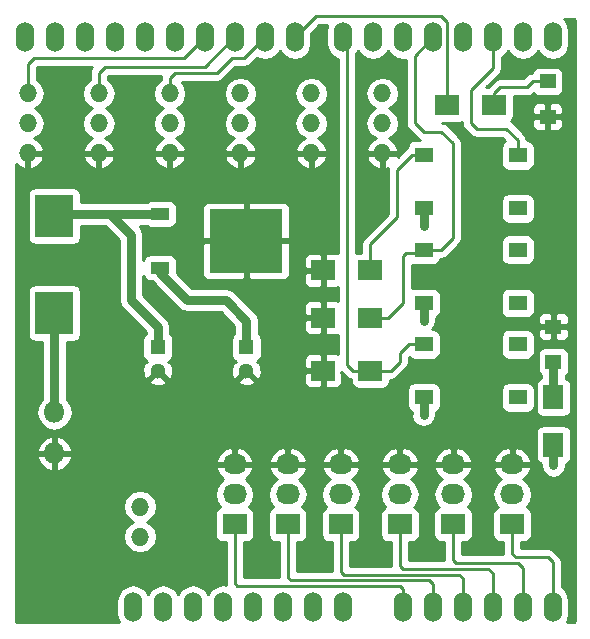
<source format=gbr>
G04 #@! TF.FileFunction,Copper,L1,Top,Mixed*
%FSLAX46Y46*%
G04 Gerber Fmt 4.6, Leading zero omitted, Abs format (unit mm)*
G04 Created by KiCad (PCBNEW 4.0.4-stable) date Friday, October 14, 2016 'PMt' 06:06:23 PM*
%MOMM*%
%LPD*%
G01*
G04 APERTURE LIST*
%ADD10C,0.100000*%
%ADD11O,1.524000X2.540000*%
%ADD12R,1.300000X1.300000*%
%ADD13C,1.300000*%
%ADD14R,3.200000X3.600000*%
%ADD15R,1.399540X1.198880*%
%ADD16O,1.798320X1.798320*%
%ADD17R,2.032000X1.727200*%
%ADD18O,2.032000X1.727200*%
%ADD19O,1.524000X1.524000*%
%ADD20R,1.700000X2.000000*%
%ADD21R,2.000000X1.700000*%
%ADD22R,1.550000X1.300000*%
%ADD23R,6.197600X5.397500*%
%ADD24R,1.597660X0.998220*%
%ADD25C,0.600000*%
%ADD26C,0.800000*%
%ADD27C,0.250000*%
%ADD28C,0.254000*%
G04 APERTURE END LIST*
D10*
D11*
X152950000Y-108529200D03*
X150410000Y-108529200D03*
X147870000Y-108529200D03*
X140250000Y-108529200D03*
X142790000Y-108529200D03*
X145330000Y-108529200D03*
X135170000Y-108529200D03*
X132630000Y-108529200D03*
X130090000Y-108529200D03*
X125010000Y-108529200D03*
X122470000Y-108529200D03*
X152950000Y-60269200D03*
X150410000Y-60269200D03*
X147870000Y-60269200D03*
X145330000Y-60269200D03*
X142790000Y-60269200D03*
X140250000Y-60269200D03*
X137710000Y-60269200D03*
X135170000Y-60269200D03*
X131106000Y-60269200D03*
X128566000Y-60269200D03*
X126026000Y-60269200D03*
X123486000Y-60269200D03*
X120946000Y-60269200D03*
X118406000Y-60269200D03*
X115866000Y-60269200D03*
X113326000Y-60269200D03*
X127550000Y-108529200D03*
X110786000Y-60269200D03*
X108246000Y-60269200D03*
X119930000Y-108529200D03*
X117390000Y-108529200D03*
D12*
X119500000Y-86500000D03*
D13*
X119500000Y-88500000D03*
D12*
X127000000Y-86500000D03*
D13*
X127000000Y-88500000D03*
D14*
X110750000Y-83600000D03*
X110750000Y-75400000D03*
D15*
X153000000Y-87748600D03*
X153000000Y-84751400D03*
X152500000Y-64001400D03*
X152500000Y-66998600D03*
D16*
X110750000Y-95500000D03*
X110750000Y-92002420D03*
D17*
X126000000Y-101500000D03*
D18*
X126000000Y-98960000D03*
X126000000Y-96420000D03*
D17*
X130500000Y-101500000D03*
D18*
X130500000Y-98960000D03*
X130500000Y-96420000D03*
D17*
X135000000Y-101500000D03*
D18*
X135000000Y-98960000D03*
X135000000Y-96420000D03*
D17*
X140000000Y-101500000D03*
D18*
X140000000Y-98960000D03*
X140000000Y-96420000D03*
D17*
X144500000Y-101500000D03*
D18*
X144500000Y-98960000D03*
X144500000Y-96420000D03*
D17*
X149500000Y-101500000D03*
D18*
X149500000Y-98960000D03*
X149500000Y-96420000D03*
D19*
X108500000Y-65000000D03*
X108500000Y-67540000D03*
X108500000Y-70080000D03*
X114500000Y-65000000D03*
X114500000Y-67540000D03*
X114500000Y-70080000D03*
X120500000Y-65000000D03*
X120500000Y-67540000D03*
X120500000Y-70080000D03*
X126500000Y-65000000D03*
X126500000Y-67540000D03*
X126500000Y-70080000D03*
X132500000Y-65000000D03*
X132500000Y-67540000D03*
X132500000Y-70080000D03*
X138500000Y-65000000D03*
X138500000Y-67540000D03*
X138500000Y-70080000D03*
X118000000Y-100000000D03*
X118000000Y-102540000D03*
D20*
X153000000Y-94750000D03*
X153000000Y-90750000D03*
D21*
X133500000Y-80000000D03*
X137500000Y-80000000D03*
X133500000Y-84000000D03*
X137500000Y-84000000D03*
X133500000Y-88500000D03*
X137500000Y-88500000D03*
X148000000Y-66000000D03*
X144000000Y-66000000D03*
D22*
X149975000Y-70250000D03*
X149975000Y-74750000D03*
X142025000Y-74750000D03*
X142025000Y-70250000D03*
X149975000Y-78250000D03*
X149975000Y-82750000D03*
X142025000Y-82750000D03*
X142025000Y-78250000D03*
X149975000Y-86250000D03*
X149975000Y-90750000D03*
X142025000Y-90750000D03*
X142025000Y-86250000D03*
D23*
X126999360Y-77500000D03*
D24*
X119701940Y-75221620D03*
X119701940Y-79778380D03*
D25*
X132750000Y-104250000D03*
X142000000Y-84250000D03*
X153000000Y-96500000D03*
X142000000Y-76250000D03*
X142000000Y-92250000D03*
D26*
X119500000Y-86500000D02*
X119500000Y-84750000D01*
X117250000Y-77000000D02*
X115471620Y-75221620D01*
X117250000Y-82500000D02*
X117250000Y-77000000D01*
X119500000Y-84750000D02*
X117250000Y-82500000D01*
X119701940Y-75221620D02*
X115471620Y-75221620D01*
X115471620Y-75221620D02*
X110928380Y-75221620D01*
X110928380Y-75221620D02*
X110750000Y-75400000D01*
X110678380Y-75221620D02*
X110500000Y-75400000D01*
X142025000Y-82750000D02*
X142025000Y-84225000D01*
X142025000Y-84225000D02*
X142000000Y-84250000D01*
X153000000Y-94750000D02*
X153000000Y-96500000D01*
X142025000Y-74750000D02*
X142025000Y-76225000D01*
X142025000Y-76225000D02*
X142000000Y-76250000D01*
X142025000Y-90750000D02*
X142025000Y-92225000D01*
X142025000Y-92225000D02*
X142000000Y-92250000D01*
X127000000Y-86500000D02*
X127000000Y-84250000D01*
X122000000Y-82500000D02*
X119701940Y-80201940D01*
X125250000Y-82500000D02*
X122000000Y-82500000D01*
X127000000Y-84250000D02*
X125250000Y-82500000D01*
X119701940Y-80201940D02*
X119701940Y-79778380D01*
X110750000Y-92002420D02*
X110750000Y-83850000D01*
X153000000Y-90750000D02*
X153000000Y-87748600D01*
D27*
X148000000Y-66000000D02*
X148000000Y-65000000D01*
X151248600Y-64001400D02*
X152500000Y-64001400D01*
X150750000Y-64500000D02*
X151248600Y-64001400D01*
X148500000Y-64500000D02*
X150750000Y-64500000D01*
X148000000Y-65000000D02*
X148500000Y-64500000D01*
X140250000Y-108529200D02*
X140250000Y-107000000D01*
X126000000Y-106500000D02*
X126000000Y-101500000D01*
X126250000Y-106750000D02*
X126000000Y-106500000D01*
X140000000Y-106750000D02*
X126250000Y-106750000D01*
X140250000Y-107000000D02*
X140000000Y-106750000D01*
X142790000Y-108529200D02*
X142790000Y-106540000D01*
X130500000Y-106000000D02*
X130500000Y-101500000D01*
X130750000Y-106250000D02*
X130500000Y-106000000D01*
X142500000Y-106250000D02*
X130750000Y-106250000D01*
X142790000Y-106540000D02*
X142500000Y-106250000D01*
X142750000Y-108489200D02*
X142790000Y-108529200D01*
X142500000Y-108239200D02*
X142790000Y-108529200D01*
X145330000Y-108529200D02*
X145330000Y-106080000D01*
X135000000Y-105500000D02*
X135000000Y-101500000D01*
X135250000Y-105750000D02*
X135000000Y-105500000D01*
X145000000Y-105750000D02*
X135250000Y-105750000D01*
X145330000Y-106080000D02*
X145000000Y-105750000D01*
X147870000Y-108529200D02*
X147870000Y-105620000D01*
X140000000Y-105000000D02*
X140000000Y-101500000D01*
X140250000Y-105250000D02*
X140000000Y-105000000D01*
X147500000Y-105250000D02*
X140250000Y-105250000D01*
X147870000Y-105620000D02*
X147500000Y-105250000D01*
X140000000Y-101500000D02*
X140840800Y-101500000D01*
X150410000Y-108529200D02*
X150410000Y-105160000D01*
X144500000Y-104500000D02*
X144500000Y-101500000D01*
X144750000Y-104750000D02*
X144500000Y-104500000D01*
X150000000Y-104750000D02*
X144750000Y-104750000D01*
X150410000Y-105160000D02*
X150000000Y-104750000D01*
X152950000Y-108529200D02*
X152950000Y-104700000D01*
X149500000Y-104000000D02*
X149500000Y-101500000D01*
X149799998Y-104299998D02*
X149500000Y-104000000D01*
X152549998Y-104299998D02*
X149799998Y-104299998D01*
X152950000Y-104700000D02*
X152549998Y-104299998D01*
X108500000Y-65000000D02*
X108500000Y-62500000D01*
X121755200Y-62000000D02*
X123486000Y-60269200D01*
X109000000Y-62000000D02*
X121755200Y-62000000D01*
X108500000Y-62500000D02*
X109000000Y-62000000D01*
X126026000Y-60269200D02*
X125980800Y-60269200D01*
X125980800Y-60269200D02*
X123500000Y-62750000D01*
X123500000Y-62750000D02*
X115000000Y-62750000D01*
X114500000Y-63250000D02*
X115000000Y-62750000D01*
X114500000Y-65000000D02*
X114500000Y-63250000D01*
X120500000Y-65000000D02*
X120500000Y-63750000D01*
X126835200Y-62000000D02*
X128566000Y-60269200D01*
X125750000Y-62000000D02*
X126835200Y-62000000D01*
X124500000Y-63250000D02*
X125750000Y-62000000D01*
X121000000Y-63250000D02*
X124500000Y-63250000D01*
X120500000Y-63750000D02*
X121000000Y-63250000D01*
X137710000Y-60790000D02*
X137710000Y-60269200D01*
X140230800Y-60269200D02*
X140250000Y-60269200D01*
X149975000Y-70250000D02*
X149975000Y-68975000D01*
X147870000Y-62880000D02*
X147870000Y-60269200D01*
X146000000Y-64750000D02*
X147870000Y-62880000D01*
X146000000Y-67500000D02*
X146000000Y-64750000D01*
X146500000Y-68000000D02*
X146000000Y-67500000D01*
X149000000Y-68000000D02*
X146500000Y-68000000D01*
X149975000Y-68975000D02*
X149000000Y-68000000D01*
X137500000Y-80000000D02*
X137500000Y-77750000D01*
X141000000Y-70250000D02*
X142025000Y-70250000D01*
X139750000Y-71500000D02*
X141000000Y-70250000D01*
X139750000Y-75500000D02*
X139750000Y-71500000D01*
X137500000Y-77750000D02*
X139750000Y-75500000D01*
X142025000Y-78250000D02*
X143500000Y-78250000D01*
X141250000Y-61809200D02*
X142790000Y-60269200D01*
X141250000Y-67500000D02*
X141250000Y-61809200D01*
X142000000Y-68250000D02*
X141250000Y-67500000D01*
X143500000Y-68250000D02*
X142000000Y-68250000D01*
X144500000Y-69250000D02*
X143500000Y-68250000D01*
X144500000Y-77250000D02*
X144500000Y-69250000D01*
X143500000Y-78250000D02*
X144500000Y-77250000D01*
X137500000Y-84000000D02*
X139000000Y-84000000D01*
X140500000Y-78500000D02*
X141775000Y-78500000D01*
X140250000Y-78750000D02*
X140500000Y-78500000D01*
X140250000Y-82750000D02*
X140250000Y-78750000D01*
X139000000Y-84000000D02*
X140250000Y-82750000D01*
X141775000Y-78500000D02*
X142025000Y-78250000D01*
X142025000Y-86250000D02*
X140750000Y-86250000D01*
X139250000Y-88500000D02*
X137500000Y-88500000D01*
X140000000Y-87750000D02*
X139250000Y-88500000D01*
X140000000Y-87000000D02*
X140000000Y-87750000D01*
X140750000Y-86250000D02*
X140000000Y-87000000D01*
X137500000Y-88500000D02*
X136000000Y-88500000D01*
X135500000Y-88000000D02*
X135500000Y-60599200D01*
X136000000Y-88500000D02*
X135500000Y-88000000D01*
X135500000Y-60599200D02*
X135170000Y-60269200D01*
X144000000Y-66000000D02*
X144000000Y-59000000D01*
X132875200Y-58500000D02*
X131106000Y-60269200D01*
X143500000Y-58500000D02*
X132875200Y-58500000D01*
X144000000Y-59000000D02*
X143500000Y-58500000D01*
D28*
G36*
X154759985Y-58725896D02*
X154768448Y-58731551D01*
X154774104Y-58740016D01*
X154790000Y-58819930D01*
X154790000Y-109680070D01*
X154774104Y-109759984D01*
X154768448Y-109768449D01*
X154759985Y-109774104D01*
X154680070Y-109790000D01*
X154119806Y-109790000D01*
X154240660Y-109609130D01*
X154347000Y-109074521D01*
X154347000Y-107983879D01*
X154240660Y-107449270D01*
X153937828Y-106996051D01*
X153710000Y-106843821D01*
X153710000Y-104700000D01*
X153652148Y-104409161D01*
X153652148Y-104409160D01*
X153487401Y-104162599D01*
X153087399Y-103762597D01*
X152840837Y-103597850D01*
X152549998Y-103539998D01*
X150260000Y-103539998D01*
X150260000Y-103011040D01*
X150516000Y-103011040D01*
X150751317Y-102966762D01*
X150967441Y-102827690D01*
X151112431Y-102615490D01*
X151163440Y-102363600D01*
X151163440Y-100636400D01*
X151119162Y-100401083D01*
X150980090Y-100184959D01*
X150767890Y-100039969D01*
X150726561Y-100031600D01*
X150744415Y-100019670D01*
X151069271Y-99533489D01*
X151183345Y-98960000D01*
X151069271Y-98386511D01*
X150744415Y-97900330D01*
X150434931Y-97693539D01*
X150850732Y-97322036D01*
X151104709Y-96794791D01*
X151107358Y-96779026D01*
X150986217Y-96547000D01*
X149627000Y-96547000D01*
X149627000Y-96567000D01*
X149373000Y-96567000D01*
X149373000Y-96547000D01*
X148013783Y-96547000D01*
X147892642Y-96779026D01*
X147895291Y-96794791D01*
X148149268Y-97322036D01*
X148565069Y-97693539D01*
X148255585Y-97900330D01*
X147930729Y-98386511D01*
X147816655Y-98960000D01*
X147930729Y-99533489D01*
X148255585Y-100019670D01*
X148269913Y-100029243D01*
X148248683Y-100033238D01*
X148032559Y-100172310D01*
X147887569Y-100384510D01*
X147836560Y-100636400D01*
X147836560Y-102363600D01*
X147880838Y-102598917D01*
X148019910Y-102815041D01*
X148232110Y-102960031D01*
X148484000Y-103011040D01*
X148740000Y-103011040D01*
X148740000Y-103990000D01*
X145260000Y-103990000D01*
X145260000Y-103011040D01*
X145516000Y-103011040D01*
X145751317Y-102966762D01*
X145967441Y-102827690D01*
X146112431Y-102615490D01*
X146163440Y-102363600D01*
X146163440Y-100636400D01*
X146119162Y-100401083D01*
X145980090Y-100184959D01*
X145767890Y-100039969D01*
X145726561Y-100031600D01*
X145744415Y-100019670D01*
X146069271Y-99533489D01*
X146183345Y-98960000D01*
X146069271Y-98386511D01*
X145744415Y-97900330D01*
X145434931Y-97693539D01*
X145850732Y-97322036D01*
X146104709Y-96794791D01*
X146107358Y-96779026D01*
X145986217Y-96547000D01*
X144627000Y-96547000D01*
X144627000Y-96567000D01*
X144373000Y-96567000D01*
X144373000Y-96547000D01*
X143013783Y-96547000D01*
X142892642Y-96779026D01*
X142895291Y-96794791D01*
X143149268Y-97322036D01*
X143565069Y-97693539D01*
X143255585Y-97900330D01*
X142930729Y-98386511D01*
X142816655Y-98960000D01*
X142930729Y-99533489D01*
X143255585Y-100019670D01*
X143269913Y-100029243D01*
X143248683Y-100033238D01*
X143032559Y-100172310D01*
X142887569Y-100384510D01*
X142836560Y-100636400D01*
X142836560Y-102363600D01*
X142880838Y-102598917D01*
X143019910Y-102815041D01*
X143232110Y-102960031D01*
X143484000Y-103011040D01*
X143740000Y-103011040D01*
X143740000Y-104490000D01*
X140760000Y-104490000D01*
X140760000Y-103011040D01*
X141016000Y-103011040D01*
X141251317Y-102966762D01*
X141467441Y-102827690D01*
X141612431Y-102615490D01*
X141663440Y-102363600D01*
X141663440Y-100636400D01*
X141619162Y-100401083D01*
X141480090Y-100184959D01*
X141267890Y-100039969D01*
X141226561Y-100031600D01*
X141244415Y-100019670D01*
X141569271Y-99533489D01*
X141683345Y-98960000D01*
X141569271Y-98386511D01*
X141244415Y-97900330D01*
X140934931Y-97693539D01*
X141350732Y-97322036D01*
X141604709Y-96794791D01*
X141607358Y-96779026D01*
X141486217Y-96547000D01*
X140127000Y-96547000D01*
X140127000Y-96567000D01*
X139873000Y-96567000D01*
X139873000Y-96547000D01*
X138513783Y-96547000D01*
X138392642Y-96779026D01*
X138395291Y-96794791D01*
X138649268Y-97322036D01*
X139065069Y-97693539D01*
X138755585Y-97900330D01*
X138430729Y-98386511D01*
X138316655Y-98960000D01*
X138430729Y-99533489D01*
X138755585Y-100019670D01*
X138769913Y-100029243D01*
X138748683Y-100033238D01*
X138532559Y-100172310D01*
X138387569Y-100384510D01*
X138336560Y-100636400D01*
X138336560Y-102363600D01*
X138380838Y-102598917D01*
X138519910Y-102815041D01*
X138732110Y-102960031D01*
X138984000Y-103011040D01*
X139240000Y-103011040D01*
X139240000Y-104990000D01*
X135760000Y-104990000D01*
X135760000Y-103011040D01*
X136016000Y-103011040D01*
X136251317Y-102966762D01*
X136467441Y-102827690D01*
X136612431Y-102615490D01*
X136663440Y-102363600D01*
X136663440Y-100636400D01*
X136619162Y-100401083D01*
X136480090Y-100184959D01*
X136267890Y-100039969D01*
X136226561Y-100031600D01*
X136244415Y-100019670D01*
X136569271Y-99533489D01*
X136683345Y-98960000D01*
X136569271Y-98386511D01*
X136244415Y-97900330D01*
X135934931Y-97693539D01*
X136350732Y-97322036D01*
X136604709Y-96794791D01*
X136607358Y-96779026D01*
X136486217Y-96547000D01*
X135127000Y-96547000D01*
X135127000Y-96567000D01*
X134873000Y-96567000D01*
X134873000Y-96547000D01*
X133513783Y-96547000D01*
X133392642Y-96779026D01*
X133395291Y-96794791D01*
X133649268Y-97322036D01*
X134065069Y-97693539D01*
X133755585Y-97900330D01*
X133430729Y-98386511D01*
X133316655Y-98960000D01*
X133430729Y-99533489D01*
X133755585Y-100019670D01*
X133769913Y-100029243D01*
X133748683Y-100033238D01*
X133532559Y-100172310D01*
X133387569Y-100384510D01*
X133336560Y-100636400D01*
X133336560Y-102363600D01*
X133380838Y-102598917D01*
X133519910Y-102815041D01*
X133732110Y-102960031D01*
X133984000Y-103011040D01*
X134240000Y-103011040D01*
X134240000Y-105490000D01*
X131260000Y-105490000D01*
X131260000Y-103011040D01*
X131516000Y-103011040D01*
X131751317Y-102966762D01*
X131967441Y-102827690D01*
X132112431Y-102615490D01*
X132163440Y-102363600D01*
X132163440Y-100636400D01*
X132119162Y-100401083D01*
X131980090Y-100184959D01*
X131767890Y-100039969D01*
X131726561Y-100031600D01*
X131744415Y-100019670D01*
X132069271Y-99533489D01*
X132183345Y-98960000D01*
X132069271Y-98386511D01*
X131744415Y-97900330D01*
X131434931Y-97693539D01*
X131850732Y-97322036D01*
X132104709Y-96794791D01*
X132107358Y-96779026D01*
X131986217Y-96547000D01*
X130627000Y-96547000D01*
X130627000Y-96567000D01*
X130373000Y-96567000D01*
X130373000Y-96547000D01*
X129013783Y-96547000D01*
X128892642Y-96779026D01*
X128895291Y-96794791D01*
X129149268Y-97322036D01*
X129565069Y-97693539D01*
X129255585Y-97900330D01*
X128930729Y-98386511D01*
X128816655Y-98960000D01*
X128930729Y-99533489D01*
X129255585Y-100019670D01*
X129269913Y-100029243D01*
X129248683Y-100033238D01*
X129032559Y-100172310D01*
X128887569Y-100384510D01*
X128836560Y-100636400D01*
X128836560Y-102363600D01*
X128880838Y-102598917D01*
X129019910Y-102815041D01*
X129232110Y-102960031D01*
X129484000Y-103011040D01*
X129740000Y-103011040D01*
X129740000Y-105990000D01*
X126760000Y-105990000D01*
X126760000Y-103011040D01*
X127016000Y-103011040D01*
X127251317Y-102966762D01*
X127467441Y-102827690D01*
X127612431Y-102615490D01*
X127663440Y-102363600D01*
X127663440Y-100636400D01*
X127619162Y-100401083D01*
X127480090Y-100184959D01*
X127267890Y-100039969D01*
X127226561Y-100031600D01*
X127244415Y-100019670D01*
X127569271Y-99533489D01*
X127683345Y-98960000D01*
X127569271Y-98386511D01*
X127244415Y-97900330D01*
X126934931Y-97693539D01*
X127350732Y-97322036D01*
X127604709Y-96794791D01*
X127607358Y-96779026D01*
X127486217Y-96547000D01*
X126127000Y-96547000D01*
X126127000Y-96567000D01*
X125873000Y-96567000D01*
X125873000Y-96547000D01*
X124513783Y-96547000D01*
X124392642Y-96779026D01*
X124395291Y-96794791D01*
X124649268Y-97322036D01*
X125065069Y-97693539D01*
X124755585Y-97900330D01*
X124430729Y-98386511D01*
X124316655Y-98960000D01*
X124430729Y-99533489D01*
X124755585Y-100019670D01*
X124769913Y-100029243D01*
X124748683Y-100033238D01*
X124532559Y-100172310D01*
X124387569Y-100384510D01*
X124336560Y-100636400D01*
X124336560Y-102363600D01*
X124380838Y-102598917D01*
X124519910Y-102815041D01*
X124732110Y-102960031D01*
X124984000Y-103011040D01*
X125240000Y-103011040D01*
X125240000Y-106500000D01*
X125267469Y-106638093D01*
X125010000Y-106586879D01*
X124475391Y-106693219D01*
X124022172Y-106996051D01*
X123740000Y-107418350D01*
X123457828Y-106996051D01*
X123004609Y-106693219D01*
X122470000Y-106586879D01*
X121935391Y-106693219D01*
X121482172Y-106996051D01*
X121200000Y-107418350D01*
X120917828Y-106996051D01*
X120464609Y-106693219D01*
X119930000Y-106586879D01*
X119395391Y-106693219D01*
X118942172Y-106996051D01*
X118660000Y-107418350D01*
X118377828Y-106996051D01*
X117924609Y-106693219D01*
X117390000Y-106586879D01*
X116855391Y-106693219D01*
X116402172Y-106996051D01*
X116099340Y-107449270D01*
X115993000Y-107983879D01*
X115993000Y-109074521D01*
X116099340Y-109609130D01*
X116220194Y-109790000D01*
X107569930Y-109790000D01*
X107490016Y-109774104D01*
X107481551Y-109768448D01*
X107475896Y-109759985D01*
X107460000Y-109680070D01*
X107460000Y-100000000D01*
X116575631Y-100000000D01*
X116681971Y-100534609D01*
X116984803Y-100987828D01*
X117407102Y-101270000D01*
X116984803Y-101552172D01*
X116681971Y-102005391D01*
X116575631Y-102540000D01*
X116681971Y-103074609D01*
X116984803Y-103527828D01*
X117438022Y-103830660D01*
X117972631Y-103937000D01*
X118027369Y-103937000D01*
X118561978Y-103830660D01*
X119015197Y-103527828D01*
X119318029Y-103074609D01*
X119424369Y-102540000D01*
X119318029Y-102005391D01*
X119015197Y-101552172D01*
X118592898Y-101270000D01*
X119015197Y-100987828D01*
X119318029Y-100534609D01*
X119424369Y-100000000D01*
X119318029Y-99465391D01*
X119015197Y-99012172D01*
X118561978Y-98709340D01*
X118027369Y-98603000D01*
X117972631Y-98603000D01*
X117438022Y-98709340D01*
X116984803Y-99012172D01*
X116681971Y-99465391D01*
X116575631Y-100000000D01*
X107460000Y-100000000D01*
X107460000Y-95864610D01*
X109259787Y-95864610D01*
X109512753Y-96407136D01*
X109954079Y-96811558D01*
X110385392Y-96990204D01*
X110623000Y-96869534D01*
X110623000Y-95627000D01*
X110877000Y-95627000D01*
X110877000Y-96869534D01*
X111114608Y-96990204D01*
X111545921Y-96811558D01*
X111987247Y-96407136D01*
X112148653Y-96060974D01*
X124392642Y-96060974D01*
X124513783Y-96293000D01*
X125873000Y-96293000D01*
X125873000Y-95079076D01*
X126127000Y-95079076D01*
X126127000Y-96293000D01*
X127486217Y-96293000D01*
X127607358Y-96060974D01*
X128892642Y-96060974D01*
X129013783Y-96293000D01*
X130373000Y-96293000D01*
X130373000Y-95079076D01*
X130627000Y-95079076D01*
X130627000Y-96293000D01*
X131986217Y-96293000D01*
X132107358Y-96060974D01*
X133392642Y-96060974D01*
X133513783Y-96293000D01*
X134873000Y-96293000D01*
X134873000Y-95079076D01*
X135127000Y-95079076D01*
X135127000Y-96293000D01*
X136486217Y-96293000D01*
X136607358Y-96060974D01*
X138392642Y-96060974D01*
X138513783Y-96293000D01*
X139873000Y-96293000D01*
X139873000Y-95079076D01*
X140127000Y-95079076D01*
X140127000Y-96293000D01*
X141486217Y-96293000D01*
X141607358Y-96060974D01*
X142892642Y-96060974D01*
X143013783Y-96293000D01*
X144373000Y-96293000D01*
X144373000Y-95079076D01*
X144627000Y-95079076D01*
X144627000Y-96293000D01*
X145986217Y-96293000D01*
X146107358Y-96060974D01*
X147892642Y-96060974D01*
X148013783Y-96293000D01*
X149373000Y-96293000D01*
X149373000Y-95079076D01*
X149627000Y-95079076D01*
X149627000Y-96293000D01*
X150986217Y-96293000D01*
X151107358Y-96060974D01*
X151104709Y-96045209D01*
X150850732Y-95517964D01*
X150414320Y-95128046D01*
X149861913Y-94934816D01*
X149627000Y-95079076D01*
X149373000Y-95079076D01*
X149138087Y-94934816D01*
X148585680Y-95128046D01*
X148149268Y-95517964D01*
X147895291Y-96045209D01*
X147892642Y-96060974D01*
X146107358Y-96060974D01*
X146104709Y-96045209D01*
X145850732Y-95517964D01*
X145414320Y-95128046D01*
X144861913Y-94934816D01*
X144627000Y-95079076D01*
X144373000Y-95079076D01*
X144138087Y-94934816D01*
X143585680Y-95128046D01*
X143149268Y-95517964D01*
X142895291Y-96045209D01*
X142892642Y-96060974D01*
X141607358Y-96060974D01*
X141604709Y-96045209D01*
X141350732Y-95517964D01*
X140914320Y-95128046D01*
X140361913Y-94934816D01*
X140127000Y-95079076D01*
X139873000Y-95079076D01*
X139638087Y-94934816D01*
X139085680Y-95128046D01*
X138649268Y-95517964D01*
X138395291Y-96045209D01*
X138392642Y-96060974D01*
X136607358Y-96060974D01*
X136604709Y-96045209D01*
X136350732Y-95517964D01*
X135914320Y-95128046D01*
X135361913Y-94934816D01*
X135127000Y-95079076D01*
X134873000Y-95079076D01*
X134638087Y-94934816D01*
X134085680Y-95128046D01*
X133649268Y-95517964D01*
X133395291Y-96045209D01*
X133392642Y-96060974D01*
X132107358Y-96060974D01*
X132104709Y-96045209D01*
X131850732Y-95517964D01*
X131414320Y-95128046D01*
X130861913Y-94934816D01*
X130627000Y-95079076D01*
X130373000Y-95079076D01*
X130138087Y-94934816D01*
X129585680Y-95128046D01*
X129149268Y-95517964D01*
X128895291Y-96045209D01*
X128892642Y-96060974D01*
X127607358Y-96060974D01*
X127604709Y-96045209D01*
X127350732Y-95517964D01*
X126914320Y-95128046D01*
X126361913Y-94934816D01*
X126127000Y-95079076D01*
X125873000Y-95079076D01*
X125638087Y-94934816D01*
X125085680Y-95128046D01*
X124649268Y-95517964D01*
X124395291Y-96045209D01*
X124392642Y-96060974D01*
X112148653Y-96060974D01*
X112240213Y-95864610D01*
X112120154Y-95627000D01*
X110877000Y-95627000D01*
X110623000Y-95627000D01*
X109379846Y-95627000D01*
X109259787Y-95864610D01*
X107460000Y-95864610D01*
X107460000Y-95135390D01*
X109259787Y-95135390D01*
X109379846Y-95373000D01*
X110623000Y-95373000D01*
X110623000Y-94130466D01*
X110877000Y-94130466D01*
X110877000Y-95373000D01*
X112120154Y-95373000D01*
X112240213Y-95135390D01*
X111987247Y-94592864D01*
X111545921Y-94188442D01*
X111114608Y-94009796D01*
X110877000Y-94130466D01*
X110623000Y-94130466D01*
X110385392Y-94009796D01*
X109954079Y-94188442D01*
X109512753Y-94592864D01*
X109259787Y-95135390D01*
X107460000Y-95135390D01*
X107460000Y-93750000D01*
X151502560Y-93750000D01*
X151502560Y-95750000D01*
X151546838Y-95985317D01*
X151685910Y-96201441D01*
X151898110Y-96346431D01*
X151965000Y-96359977D01*
X151965000Y-96500000D01*
X152043785Y-96896077D01*
X152268144Y-97231856D01*
X152603923Y-97456215D01*
X153000000Y-97535000D01*
X153396077Y-97456215D01*
X153731856Y-97231856D01*
X153956215Y-96896077D01*
X154035000Y-96500000D01*
X154035000Y-96362630D01*
X154085317Y-96353162D01*
X154301441Y-96214090D01*
X154446431Y-96001890D01*
X154497440Y-95750000D01*
X154497440Y-93750000D01*
X154453162Y-93514683D01*
X154314090Y-93298559D01*
X154101890Y-93153569D01*
X153850000Y-93102560D01*
X152150000Y-93102560D01*
X151914683Y-93146838D01*
X151698559Y-93285910D01*
X151553569Y-93498110D01*
X151502560Y-93750000D01*
X107460000Y-93750000D01*
X107460000Y-81800000D01*
X108502560Y-81800000D01*
X108502560Y-85400000D01*
X108546838Y-85635317D01*
X108685910Y-85851441D01*
X108898110Y-85996431D01*
X109150000Y-86047440D01*
X109715000Y-86047440D01*
X109715000Y-90854264D01*
X109665185Y-90887549D01*
X109332621Y-91385266D01*
X109215840Y-91972364D01*
X109215840Y-92032476D01*
X109332621Y-92619574D01*
X109665185Y-93117291D01*
X110162902Y-93449855D01*
X110750000Y-93566636D01*
X111337098Y-93449855D01*
X111834815Y-93117291D01*
X112167379Y-92619574D01*
X112284160Y-92032476D01*
X112284160Y-91972364D01*
X112167379Y-91385266D01*
X111834815Y-90887549D01*
X111785000Y-90854264D01*
X111785000Y-90100000D01*
X140602560Y-90100000D01*
X140602560Y-91400000D01*
X140646838Y-91635317D01*
X140785910Y-91851441D01*
X140990000Y-91990890D01*
X140990000Y-92124314D01*
X140964999Y-92250000D01*
X141043785Y-92646077D01*
X141268144Y-92981856D01*
X141603923Y-93206215D01*
X142000000Y-93285001D01*
X142396077Y-93206215D01*
X142731856Y-92981856D01*
X142756853Y-92956858D01*
X142756856Y-92956856D01*
X142964511Y-92646077D01*
X142981215Y-92621078D01*
X143060000Y-92225000D01*
X143060000Y-91987279D01*
X143251441Y-91864090D01*
X143396431Y-91651890D01*
X143447440Y-91400000D01*
X143447440Y-90100000D01*
X148552560Y-90100000D01*
X148552560Y-91400000D01*
X148596838Y-91635317D01*
X148735910Y-91851441D01*
X148948110Y-91996431D01*
X149200000Y-92047440D01*
X150750000Y-92047440D01*
X150985317Y-92003162D01*
X151201441Y-91864090D01*
X151346431Y-91651890D01*
X151397440Y-91400000D01*
X151397440Y-90100000D01*
X151353162Y-89864683D01*
X151279366Y-89750000D01*
X151502560Y-89750000D01*
X151502560Y-91750000D01*
X151546838Y-91985317D01*
X151685910Y-92201441D01*
X151898110Y-92346431D01*
X152150000Y-92397440D01*
X153850000Y-92397440D01*
X154085317Y-92353162D01*
X154301441Y-92214090D01*
X154446431Y-92001890D01*
X154497440Y-91750000D01*
X154497440Y-89750000D01*
X154453162Y-89514683D01*
X154314090Y-89298559D01*
X154101890Y-89153569D01*
X154035000Y-89140023D01*
X154035000Y-88886910D01*
X154151211Y-88812130D01*
X154296201Y-88599930D01*
X154347210Y-88348040D01*
X154347210Y-87149160D01*
X154302932Y-86913843D01*
X154163860Y-86697719D01*
X153951660Y-86552729D01*
X153699770Y-86501720D01*
X152300230Y-86501720D01*
X152064913Y-86545998D01*
X151848789Y-86685070D01*
X151703799Y-86897270D01*
X151652790Y-87149160D01*
X151652790Y-88348040D01*
X151697068Y-88583357D01*
X151836140Y-88799481D01*
X151965000Y-88887527D01*
X151965000Y-89137370D01*
X151914683Y-89146838D01*
X151698559Y-89285910D01*
X151553569Y-89498110D01*
X151502560Y-89750000D01*
X151279366Y-89750000D01*
X151214090Y-89648559D01*
X151001890Y-89503569D01*
X150750000Y-89452560D01*
X149200000Y-89452560D01*
X148964683Y-89496838D01*
X148748559Y-89635910D01*
X148603569Y-89848110D01*
X148552560Y-90100000D01*
X143447440Y-90100000D01*
X143403162Y-89864683D01*
X143264090Y-89648559D01*
X143051890Y-89503569D01*
X142800000Y-89452560D01*
X141250000Y-89452560D01*
X141014683Y-89496838D01*
X140798559Y-89635910D01*
X140653569Y-89848110D01*
X140602560Y-90100000D01*
X111785000Y-90100000D01*
X111785000Y-89399016D01*
X118780590Y-89399016D01*
X118836271Y-89629611D01*
X119319078Y-89797622D01*
X119829428Y-89768083D01*
X120163729Y-89629611D01*
X120219410Y-89399016D01*
X126280590Y-89399016D01*
X126336271Y-89629611D01*
X126819078Y-89797622D01*
X127329428Y-89768083D01*
X127663729Y-89629611D01*
X127719410Y-89399016D01*
X127000000Y-88679605D01*
X126280590Y-89399016D01*
X120219410Y-89399016D01*
X119500000Y-88679605D01*
X118780590Y-89399016D01*
X111785000Y-89399016D01*
X111785000Y-86047440D01*
X112350000Y-86047440D01*
X112585317Y-86003162D01*
X112801441Y-85864090D01*
X112946431Y-85651890D01*
X112997440Y-85400000D01*
X112997440Y-81800000D01*
X112953162Y-81564683D01*
X112814090Y-81348559D01*
X112601890Y-81203569D01*
X112350000Y-81152560D01*
X109150000Y-81152560D01*
X108914683Y-81196838D01*
X108698559Y-81335910D01*
X108553569Y-81548110D01*
X108502560Y-81800000D01*
X107460000Y-81800000D01*
X107460000Y-73600000D01*
X108502560Y-73600000D01*
X108502560Y-77200000D01*
X108546838Y-77435317D01*
X108685910Y-77651441D01*
X108898110Y-77796431D01*
X109150000Y-77847440D01*
X112350000Y-77847440D01*
X112585317Y-77803162D01*
X112801441Y-77664090D01*
X112946431Y-77451890D01*
X112997440Y-77200000D01*
X112997440Y-76256620D01*
X115042908Y-76256620D01*
X116215000Y-77428711D01*
X116215000Y-82499995D01*
X116214999Y-82500000D01*
X116293785Y-82896077D01*
X116518144Y-83231856D01*
X118465000Y-85178711D01*
X118465000Y-85343156D01*
X118398559Y-85385910D01*
X118253569Y-85598110D01*
X118202560Y-85850000D01*
X118202560Y-87150000D01*
X118246838Y-87385317D01*
X118385910Y-87601441D01*
X118499329Y-87678937D01*
X118600982Y-87780590D01*
X118370389Y-87836271D01*
X118202378Y-88319078D01*
X118231917Y-88829428D01*
X118370389Y-89163729D01*
X118600984Y-89219410D01*
X119320395Y-88500000D01*
X119306252Y-88485858D01*
X119485858Y-88306252D01*
X119500000Y-88320395D01*
X119514142Y-88306252D01*
X119693748Y-88485858D01*
X119679605Y-88500000D01*
X120399016Y-89219410D01*
X120629611Y-89163729D01*
X120797622Y-88680922D01*
X120768083Y-88170572D01*
X120629611Y-87836271D01*
X120399018Y-87780590D01*
X120500680Y-87678928D01*
X120601441Y-87614090D01*
X120746431Y-87401890D01*
X120797440Y-87150000D01*
X120797440Y-85850000D01*
X120753162Y-85614683D01*
X120614090Y-85398559D01*
X120535000Y-85344519D01*
X120535000Y-84750005D01*
X120535001Y-84750000D01*
X120456215Y-84353923D01*
X120414064Y-84290839D01*
X120231856Y-84018144D01*
X120231853Y-84018142D01*
X118285000Y-82071288D01*
X118285000Y-80433365D01*
X118299948Y-80512807D01*
X118439020Y-80728931D01*
X118651220Y-80873921D01*
X118903110Y-80924930D01*
X118964160Y-80924930D01*
X118970084Y-80933796D01*
X121268142Y-83231853D01*
X121268144Y-83231856D01*
X121519791Y-83400000D01*
X121603923Y-83456215D01*
X122000000Y-83535001D01*
X122000005Y-83535000D01*
X124821288Y-83535000D01*
X125965000Y-84678711D01*
X125965000Y-85343156D01*
X125898559Y-85385910D01*
X125753569Y-85598110D01*
X125702560Y-85850000D01*
X125702560Y-87150000D01*
X125746838Y-87385317D01*
X125885910Y-87601441D01*
X125999329Y-87678937D01*
X126100982Y-87780590D01*
X125870389Y-87836271D01*
X125702378Y-88319078D01*
X125731917Y-88829428D01*
X125870389Y-89163729D01*
X126100984Y-89219410D01*
X126820395Y-88500000D01*
X126806252Y-88485858D01*
X126985858Y-88306252D01*
X127000000Y-88320395D01*
X127014142Y-88306252D01*
X127193748Y-88485858D01*
X127179605Y-88500000D01*
X127899016Y-89219410D01*
X128129611Y-89163729D01*
X128261143Y-88785750D01*
X131865000Y-88785750D01*
X131865000Y-89476310D01*
X131961673Y-89709699D01*
X132140302Y-89888327D01*
X132373691Y-89985000D01*
X133214250Y-89985000D01*
X133373000Y-89826250D01*
X133373000Y-88627000D01*
X132023750Y-88627000D01*
X131865000Y-88785750D01*
X128261143Y-88785750D01*
X128297622Y-88680922D01*
X128268083Y-88170572D01*
X128129611Y-87836271D01*
X127899018Y-87780590D01*
X128000680Y-87678928D01*
X128101441Y-87614090D01*
X128163208Y-87523690D01*
X131865000Y-87523690D01*
X131865000Y-88214250D01*
X132023750Y-88373000D01*
X133373000Y-88373000D01*
X133373000Y-87173750D01*
X133214250Y-87015000D01*
X132373691Y-87015000D01*
X132140302Y-87111673D01*
X131961673Y-87290301D01*
X131865000Y-87523690D01*
X128163208Y-87523690D01*
X128246431Y-87401890D01*
X128297440Y-87150000D01*
X128297440Y-85850000D01*
X128253162Y-85614683D01*
X128114090Y-85398559D01*
X128035000Y-85344519D01*
X128035000Y-84285750D01*
X131865000Y-84285750D01*
X131865000Y-84976310D01*
X131961673Y-85209699D01*
X132140302Y-85388327D01*
X132373691Y-85485000D01*
X133214250Y-85485000D01*
X133373000Y-85326250D01*
X133373000Y-84127000D01*
X132023750Y-84127000D01*
X131865000Y-84285750D01*
X128035000Y-84285750D01*
X128035000Y-84250005D01*
X128035001Y-84250000D01*
X127956215Y-83853923D01*
X127867437Y-83721057D01*
X127731856Y-83518144D01*
X127731853Y-83518142D01*
X127237402Y-83023690D01*
X131865000Y-83023690D01*
X131865000Y-83714250D01*
X132023750Y-83873000D01*
X133373000Y-83873000D01*
X133373000Y-82673750D01*
X133214250Y-82515000D01*
X132373691Y-82515000D01*
X132140302Y-82611673D01*
X131961673Y-82790301D01*
X131865000Y-83023690D01*
X127237402Y-83023690D01*
X125981856Y-81768144D01*
X125646077Y-81543785D01*
X125250000Y-81464999D01*
X125249995Y-81465000D01*
X122428711Y-81465000D01*
X121148210Y-80184498D01*
X121148210Y-79279270D01*
X121103932Y-79043953D01*
X120964860Y-78827829D01*
X120752660Y-78682839D01*
X120500770Y-78631830D01*
X118903110Y-78631830D01*
X118667793Y-78676108D01*
X118451669Y-78815180D01*
X118306679Y-79027380D01*
X118285000Y-79134434D01*
X118285000Y-77785750D01*
X123265560Y-77785750D01*
X123265560Y-80325059D01*
X123362233Y-80558448D01*
X123540861Y-80737077D01*
X123774250Y-80833750D01*
X126713610Y-80833750D01*
X126872360Y-80675000D01*
X126872360Y-77627000D01*
X127126360Y-77627000D01*
X127126360Y-80675000D01*
X127285110Y-80833750D01*
X130224470Y-80833750D01*
X130457859Y-80737077D01*
X130636487Y-80558448D01*
X130733160Y-80325059D01*
X130733160Y-80285750D01*
X131865000Y-80285750D01*
X131865000Y-80976310D01*
X131961673Y-81209699D01*
X132140302Y-81388327D01*
X132373691Y-81485000D01*
X133214250Y-81485000D01*
X133373000Y-81326250D01*
X133373000Y-80127000D01*
X132023750Y-80127000D01*
X131865000Y-80285750D01*
X130733160Y-80285750D01*
X130733160Y-79023690D01*
X131865000Y-79023690D01*
X131865000Y-79714250D01*
X132023750Y-79873000D01*
X133373000Y-79873000D01*
X133373000Y-78673750D01*
X133214250Y-78515000D01*
X132373691Y-78515000D01*
X132140302Y-78611673D01*
X131961673Y-78790301D01*
X131865000Y-79023690D01*
X130733160Y-79023690D01*
X130733160Y-77785750D01*
X130574410Y-77627000D01*
X127126360Y-77627000D01*
X126872360Y-77627000D01*
X123424310Y-77627000D01*
X123265560Y-77785750D01*
X118285000Y-77785750D01*
X118285000Y-77000005D01*
X118285001Y-77000000D01*
X118206215Y-76603923D01*
X118168750Y-76547852D01*
X117981856Y-76268144D01*
X117981853Y-76268142D01*
X117970331Y-76256620D01*
X118562615Y-76256620D01*
X118651220Y-76317161D01*
X118903110Y-76368170D01*
X120500770Y-76368170D01*
X120736087Y-76323892D01*
X120952211Y-76184820D01*
X121097201Y-75972620D01*
X121148210Y-75720730D01*
X121148210Y-74722510D01*
X121139260Y-74674941D01*
X123265560Y-74674941D01*
X123265560Y-77214250D01*
X123424310Y-77373000D01*
X126872360Y-77373000D01*
X126872360Y-74325000D01*
X127126360Y-74325000D01*
X127126360Y-77373000D01*
X130574410Y-77373000D01*
X130733160Y-77214250D01*
X130733160Y-74674941D01*
X130636487Y-74441552D01*
X130457859Y-74262923D01*
X130224470Y-74166250D01*
X127285110Y-74166250D01*
X127126360Y-74325000D01*
X126872360Y-74325000D01*
X126713610Y-74166250D01*
X123774250Y-74166250D01*
X123540861Y-74262923D01*
X123362233Y-74441552D01*
X123265560Y-74674941D01*
X121139260Y-74674941D01*
X121103932Y-74487193D01*
X120964860Y-74271069D01*
X120752660Y-74126079D01*
X120500770Y-74075070D01*
X118903110Y-74075070D01*
X118667793Y-74119348D01*
X118563249Y-74186620D01*
X115471625Y-74186620D01*
X115471620Y-74186619D01*
X115471615Y-74186620D01*
X112997440Y-74186620D01*
X112997440Y-73600000D01*
X112953162Y-73364683D01*
X112814090Y-73148559D01*
X112601890Y-73003569D01*
X112350000Y-72952560D01*
X109150000Y-72952560D01*
X108914683Y-72996838D01*
X108698559Y-73135910D01*
X108553569Y-73348110D01*
X108502560Y-73600000D01*
X107460000Y-73600000D01*
X107460000Y-70972675D01*
X107664801Y-71199858D01*
X108156928Y-71434231D01*
X108373000Y-71312476D01*
X108373000Y-70207000D01*
X108627000Y-70207000D01*
X108627000Y-71312476D01*
X108843072Y-71434231D01*
X109335199Y-71199858D01*
X109700174Y-70794997D01*
X109854220Y-70423070D01*
X113145780Y-70423070D01*
X113299826Y-70794997D01*
X113664801Y-71199858D01*
X114156928Y-71434231D01*
X114373000Y-71312476D01*
X114373000Y-70207000D01*
X114627000Y-70207000D01*
X114627000Y-71312476D01*
X114843072Y-71434231D01*
X115335199Y-71199858D01*
X115700174Y-70794997D01*
X115854220Y-70423070D01*
X119145780Y-70423070D01*
X119299826Y-70794997D01*
X119664801Y-71199858D01*
X120156928Y-71434231D01*
X120373000Y-71312476D01*
X120373000Y-70207000D01*
X120627000Y-70207000D01*
X120627000Y-71312476D01*
X120843072Y-71434231D01*
X121335199Y-71199858D01*
X121700174Y-70794997D01*
X121854220Y-70423070D01*
X125145780Y-70423070D01*
X125299826Y-70794997D01*
X125664801Y-71199858D01*
X126156928Y-71434231D01*
X126373000Y-71312476D01*
X126373000Y-70207000D01*
X126627000Y-70207000D01*
X126627000Y-71312476D01*
X126843072Y-71434231D01*
X127335199Y-71199858D01*
X127700174Y-70794997D01*
X127854220Y-70423070D01*
X131145780Y-70423070D01*
X131299826Y-70794997D01*
X131664801Y-71199858D01*
X132156928Y-71434231D01*
X132373000Y-71312476D01*
X132373000Y-70207000D01*
X132627000Y-70207000D01*
X132627000Y-71312476D01*
X132843072Y-71434231D01*
X133335199Y-71199858D01*
X133700174Y-70794997D01*
X133854220Y-70423070D01*
X133731720Y-70207000D01*
X132627000Y-70207000D01*
X132373000Y-70207000D01*
X131268280Y-70207000D01*
X131145780Y-70423070D01*
X127854220Y-70423070D01*
X127731720Y-70207000D01*
X126627000Y-70207000D01*
X126373000Y-70207000D01*
X125268280Y-70207000D01*
X125145780Y-70423070D01*
X121854220Y-70423070D01*
X121731720Y-70207000D01*
X120627000Y-70207000D01*
X120373000Y-70207000D01*
X119268280Y-70207000D01*
X119145780Y-70423070D01*
X115854220Y-70423070D01*
X115731720Y-70207000D01*
X114627000Y-70207000D01*
X114373000Y-70207000D01*
X113268280Y-70207000D01*
X113145780Y-70423070D01*
X109854220Y-70423070D01*
X109731720Y-70207000D01*
X108627000Y-70207000D01*
X108373000Y-70207000D01*
X108353000Y-70207000D01*
X108353000Y-69953000D01*
X108373000Y-69953000D01*
X108373000Y-69933000D01*
X108627000Y-69933000D01*
X108627000Y-69953000D01*
X109731720Y-69953000D01*
X109854220Y-69736930D01*
X109700174Y-69365003D01*
X109335199Y-68960142D01*
X109062536Y-68830287D01*
X109515197Y-68527828D01*
X109818029Y-68074609D01*
X109924369Y-67540000D01*
X109818029Y-67005391D01*
X109515197Y-66552172D01*
X109092898Y-66270000D01*
X109515197Y-65987828D01*
X109818029Y-65534609D01*
X109924369Y-65000000D01*
X109818029Y-64465391D01*
X109515197Y-64012172D01*
X109260000Y-63841654D01*
X109260000Y-62814802D01*
X109314802Y-62760000D01*
X113930927Y-62760000D01*
X113797852Y-62959161D01*
X113740000Y-63250000D01*
X113740000Y-63841654D01*
X113484803Y-64012172D01*
X113181971Y-64465391D01*
X113075631Y-65000000D01*
X113181971Y-65534609D01*
X113484803Y-65987828D01*
X113907102Y-66270000D01*
X113484803Y-66552172D01*
X113181971Y-67005391D01*
X113075631Y-67540000D01*
X113181971Y-68074609D01*
X113484803Y-68527828D01*
X113937464Y-68830287D01*
X113664801Y-68960142D01*
X113299826Y-69365003D01*
X113145780Y-69736930D01*
X113268280Y-69953000D01*
X114373000Y-69953000D01*
X114373000Y-69933000D01*
X114627000Y-69933000D01*
X114627000Y-69953000D01*
X115731720Y-69953000D01*
X115854220Y-69736930D01*
X115700174Y-69365003D01*
X115335199Y-68960142D01*
X115062536Y-68830287D01*
X115515197Y-68527828D01*
X115818029Y-68074609D01*
X115924369Y-67540000D01*
X115818029Y-67005391D01*
X115515197Y-66552172D01*
X115092898Y-66270000D01*
X115515197Y-65987828D01*
X115818029Y-65534609D01*
X115924369Y-65000000D01*
X115818029Y-64465391D01*
X115515197Y-64012172D01*
X115260000Y-63841654D01*
X115260000Y-63564802D01*
X115314802Y-63510000D01*
X119787739Y-63510000D01*
X119740000Y-63750000D01*
X119740000Y-63841654D01*
X119484803Y-64012172D01*
X119181971Y-64465391D01*
X119075631Y-65000000D01*
X119181971Y-65534609D01*
X119484803Y-65987828D01*
X119907102Y-66270000D01*
X119484803Y-66552172D01*
X119181971Y-67005391D01*
X119075631Y-67540000D01*
X119181971Y-68074609D01*
X119484803Y-68527828D01*
X119937464Y-68830287D01*
X119664801Y-68960142D01*
X119299826Y-69365003D01*
X119145780Y-69736930D01*
X119268280Y-69953000D01*
X120373000Y-69953000D01*
X120373000Y-69933000D01*
X120627000Y-69933000D01*
X120627000Y-69953000D01*
X121731720Y-69953000D01*
X121854220Y-69736930D01*
X121700174Y-69365003D01*
X121335199Y-68960142D01*
X121062536Y-68830287D01*
X121515197Y-68527828D01*
X121818029Y-68074609D01*
X121924369Y-67540000D01*
X121818029Y-67005391D01*
X121515197Y-66552172D01*
X121092898Y-66270000D01*
X121515197Y-65987828D01*
X121818029Y-65534609D01*
X121924369Y-65000000D01*
X125075631Y-65000000D01*
X125181971Y-65534609D01*
X125484803Y-65987828D01*
X125907102Y-66270000D01*
X125484803Y-66552172D01*
X125181971Y-67005391D01*
X125075631Y-67540000D01*
X125181971Y-68074609D01*
X125484803Y-68527828D01*
X125937464Y-68830287D01*
X125664801Y-68960142D01*
X125299826Y-69365003D01*
X125145780Y-69736930D01*
X125268280Y-69953000D01*
X126373000Y-69953000D01*
X126373000Y-69933000D01*
X126627000Y-69933000D01*
X126627000Y-69953000D01*
X127731720Y-69953000D01*
X127854220Y-69736930D01*
X127700174Y-69365003D01*
X127335199Y-68960142D01*
X127062536Y-68830287D01*
X127515197Y-68527828D01*
X127818029Y-68074609D01*
X127924369Y-67540000D01*
X127818029Y-67005391D01*
X127515197Y-66552172D01*
X127092898Y-66270000D01*
X127515197Y-65987828D01*
X127818029Y-65534609D01*
X127924369Y-65000000D01*
X131075631Y-65000000D01*
X131181971Y-65534609D01*
X131484803Y-65987828D01*
X131907102Y-66270000D01*
X131484803Y-66552172D01*
X131181971Y-67005391D01*
X131075631Y-67540000D01*
X131181971Y-68074609D01*
X131484803Y-68527828D01*
X131937464Y-68830287D01*
X131664801Y-68960142D01*
X131299826Y-69365003D01*
X131145780Y-69736930D01*
X131268280Y-69953000D01*
X132373000Y-69953000D01*
X132373000Y-69933000D01*
X132627000Y-69933000D01*
X132627000Y-69953000D01*
X133731720Y-69953000D01*
X133854220Y-69736930D01*
X133700174Y-69365003D01*
X133335199Y-68960142D01*
X133062536Y-68830287D01*
X133515197Y-68527828D01*
X133818029Y-68074609D01*
X133924369Y-67540000D01*
X133818029Y-67005391D01*
X133515197Y-66552172D01*
X133092898Y-66270000D01*
X133515197Y-65987828D01*
X133818029Y-65534609D01*
X133924369Y-65000000D01*
X133818029Y-64465391D01*
X133515197Y-64012172D01*
X133061978Y-63709340D01*
X132527369Y-63603000D01*
X132472631Y-63603000D01*
X131938022Y-63709340D01*
X131484803Y-64012172D01*
X131181971Y-64465391D01*
X131075631Y-65000000D01*
X127924369Y-65000000D01*
X127818029Y-64465391D01*
X127515197Y-64012172D01*
X127061978Y-63709340D01*
X126527369Y-63603000D01*
X126472631Y-63603000D01*
X125938022Y-63709340D01*
X125484803Y-64012172D01*
X125181971Y-64465391D01*
X125075631Y-65000000D01*
X121924369Y-65000000D01*
X121818029Y-64465391D01*
X121515197Y-64012172D01*
X121511946Y-64010000D01*
X124500000Y-64010000D01*
X124790839Y-63952148D01*
X125037401Y-63787401D01*
X126064802Y-62760000D01*
X126835200Y-62760000D01*
X127126039Y-62702148D01*
X127372601Y-62537401D01*
X127895572Y-62014430D01*
X128031391Y-62105181D01*
X128566000Y-62211521D01*
X129100609Y-62105181D01*
X129553828Y-61802349D01*
X129836000Y-61380050D01*
X130118172Y-61802349D01*
X130571391Y-62105181D01*
X131106000Y-62211521D01*
X131640609Y-62105181D01*
X132093828Y-61802349D01*
X132396660Y-61349130D01*
X132503000Y-60814521D01*
X132503000Y-59947002D01*
X133190002Y-59260000D01*
X133865271Y-59260000D01*
X133773000Y-59723879D01*
X133773000Y-60814521D01*
X133879340Y-61349130D01*
X134182172Y-61802349D01*
X134635391Y-62105181D01*
X134740000Y-62125989D01*
X134740000Y-78562092D01*
X134626309Y-78515000D01*
X133785750Y-78515000D01*
X133627000Y-78673750D01*
X133627000Y-79873000D01*
X133647000Y-79873000D01*
X133647000Y-80127000D01*
X133627000Y-80127000D01*
X133627000Y-81326250D01*
X133785750Y-81485000D01*
X134626309Y-81485000D01*
X134740000Y-81437908D01*
X134740000Y-82562092D01*
X134626309Y-82515000D01*
X133785750Y-82515000D01*
X133627000Y-82673750D01*
X133627000Y-83873000D01*
X133647000Y-83873000D01*
X133647000Y-84127000D01*
X133627000Y-84127000D01*
X133627000Y-85326250D01*
X133785750Y-85485000D01*
X134626309Y-85485000D01*
X134740000Y-85437908D01*
X134740000Y-87062092D01*
X134626309Y-87015000D01*
X133785750Y-87015000D01*
X133627000Y-87173750D01*
X133627000Y-88373000D01*
X133647000Y-88373000D01*
X133647000Y-88627000D01*
X133627000Y-88627000D01*
X133627000Y-89826250D01*
X133785750Y-89985000D01*
X134626309Y-89985000D01*
X134859698Y-89888327D01*
X135038327Y-89709699D01*
X135135000Y-89476310D01*
X135135000Y-88785750D01*
X134976252Y-88627002D01*
X135052200Y-88627002D01*
X135462599Y-89037401D01*
X135709161Y-89202148D01*
X135852560Y-89230672D01*
X135852560Y-89350000D01*
X135896838Y-89585317D01*
X136035910Y-89801441D01*
X136248110Y-89946431D01*
X136500000Y-89997440D01*
X138500000Y-89997440D01*
X138735317Y-89953162D01*
X138951441Y-89814090D01*
X139096431Y-89601890D01*
X139147440Y-89350000D01*
X139147440Y-89260000D01*
X139250000Y-89260000D01*
X139540839Y-89202148D01*
X139787401Y-89037401D01*
X140537401Y-88287401D01*
X140702148Y-88040840D01*
X140760000Y-87750000D01*
X140760000Y-87314802D01*
X140761420Y-87313382D01*
X140785910Y-87351441D01*
X140998110Y-87496431D01*
X141250000Y-87547440D01*
X142800000Y-87547440D01*
X143035317Y-87503162D01*
X143251441Y-87364090D01*
X143396431Y-87151890D01*
X143447440Y-86900000D01*
X143447440Y-85600000D01*
X148552560Y-85600000D01*
X148552560Y-86900000D01*
X148596838Y-87135317D01*
X148735910Y-87351441D01*
X148948110Y-87496431D01*
X149200000Y-87547440D01*
X150750000Y-87547440D01*
X150985317Y-87503162D01*
X151201441Y-87364090D01*
X151346431Y-87151890D01*
X151397440Y-86900000D01*
X151397440Y-85600000D01*
X151353162Y-85364683D01*
X151214090Y-85148559D01*
X151051038Y-85037150D01*
X151665230Y-85037150D01*
X151665230Y-85477149D01*
X151761903Y-85710538D01*
X151940531Y-85889167D01*
X152173920Y-85985840D01*
X152714250Y-85985840D01*
X152873000Y-85827090D01*
X152873000Y-84878400D01*
X153127000Y-84878400D01*
X153127000Y-85827090D01*
X153285750Y-85985840D01*
X153826080Y-85985840D01*
X154059469Y-85889167D01*
X154238097Y-85710538D01*
X154334770Y-85477149D01*
X154334770Y-85037150D01*
X154176020Y-84878400D01*
X153127000Y-84878400D01*
X152873000Y-84878400D01*
X151823980Y-84878400D01*
X151665230Y-85037150D01*
X151051038Y-85037150D01*
X151001890Y-85003569D01*
X150750000Y-84952560D01*
X149200000Y-84952560D01*
X148964683Y-84996838D01*
X148748559Y-85135910D01*
X148603569Y-85348110D01*
X148552560Y-85600000D01*
X143447440Y-85600000D01*
X143403162Y-85364683D01*
X143264090Y-85148559D01*
X143051890Y-85003569D01*
X142800000Y-84952560D01*
X142759726Y-84952560D01*
X142895072Y-84750000D01*
X142981215Y-84621078D01*
X143060000Y-84225000D01*
X143060000Y-83987279D01*
X143251441Y-83864090D01*
X143396431Y-83651890D01*
X143447440Y-83400000D01*
X143447440Y-82100000D01*
X148552560Y-82100000D01*
X148552560Y-83400000D01*
X148596838Y-83635317D01*
X148735910Y-83851441D01*
X148948110Y-83996431D01*
X149200000Y-84047440D01*
X150750000Y-84047440D01*
X150865798Y-84025651D01*
X151665230Y-84025651D01*
X151665230Y-84465650D01*
X151823980Y-84624400D01*
X152873000Y-84624400D01*
X152873000Y-83675710D01*
X153127000Y-83675710D01*
X153127000Y-84624400D01*
X154176020Y-84624400D01*
X154334770Y-84465650D01*
X154334770Y-84025651D01*
X154238097Y-83792262D01*
X154059469Y-83613633D01*
X153826080Y-83516960D01*
X153285750Y-83516960D01*
X153127000Y-83675710D01*
X152873000Y-83675710D01*
X152714250Y-83516960D01*
X152173920Y-83516960D01*
X151940531Y-83613633D01*
X151761903Y-83792262D01*
X151665230Y-84025651D01*
X150865798Y-84025651D01*
X150985317Y-84003162D01*
X151201441Y-83864090D01*
X151346431Y-83651890D01*
X151397440Y-83400000D01*
X151397440Y-82100000D01*
X151353162Y-81864683D01*
X151214090Y-81648559D01*
X151001890Y-81503569D01*
X150750000Y-81452560D01*
X149200000Y-81452560D01*
X148964683Y-81496838D01*
X148748559Y-81635910D01*
X148603569Y-81848110D01*
X148552560Y-82100000D01*
X143447440Y-82100000D01*
X143403162Y-81864683D01*
X143264090Y-81648559D01*
X143051890Y-81503569D01*
X142800000Y-81452560D01*
X141250000Y-81452560D01*
X141014683Y-81496838D01*
X141010000Y-81499851D01*
X141010000Y-79498839D01*
X141250000Y-79547440D01*
X142800000Y-79547440D01*
X143035317Y-79503162D01*
X143251441Y-79364090D01*
X143396431Y-79151890D01*
X143425164Y-79010000D01*
X143500000Y-79010000D01*
X143790839Y-78952148D01*
X144037401Y-78787401D01*
X145037401Y-77787401D01*
X145162617Y-77600000D01*
X148552560Y-77600000D01*
X148552560Y-78900000D01*
X148596838Y-79135317D01*
X148735910Y-79351441D01*
X148948110Y-79496431D01*
X149200000Y-79547440D01*
X150750000Y-79547440D01*
X150985317Y-79503162D01*
X151201441Y-79364090D01*
X151346431Y-79151890D01*
X151397440Y-78900000D01*
X151397440Y-77600000D01*
X151353162Y-77364683D01*
X151214090Y-77148559D01*
X151001890Y-77003569D01*
X150750000Y-76952560D01*
X149200000Y-76952560D01*
X148964683Y-76996838D01*
X148748559Y-77135910D01*
X148603569Y-77348110D01*
X148552560Y-77600000D01*
X145162617Y-77600000D01*
X145202148Y-77540839D01*
X145260000Y-77250000D01*
X145260000Y-74100000D01*
X148552560Y-74100000D01*
X148552560Y-75400000D01*
X148596838Y-75635317D01*
X148735910Y-75851441D01*
X148948110Y-75996431D01*
X149200000Y-76047440D01*
X150750000Y-76047440D01*
X150985317Y-76003162D01*
X151201441Y-75864090D01*
X151346431Y-75651890D01*
X151397440Y-75400000D01*
X151397440Y-74100000D01*
X151353162Y-73864683D01*
X151214090Y-73648559D01*
X151001890Y-73503569D01*
X150750000Y-73452560D01*
X149200000Y-73452560D01*
X148964683Y-73496838D01*
X148748559Y-73635910D01*
X148603569Y-73848110D01*
X148552560Y-74100000D01*
X145260000Y-74100000D01*
X145260000Y-69250000D01*
X145202148Y-68959161D01*
X145037401Y-68712599D01*
X144037401Y-67712599D01*
X143790839Y-67547852D01*
X143537403Y-67497440D01*
X145000000Y-67497440D01*
X145235317Y-67453162D01*
X145240000Y-67450149D01*
X145240000Y-67500000D01*
X145297852Y-67790839D01*
X145462599Y-68037401D01*
X145962599Y-68537401D01*
X146209161Y-68702148D01*
X146500000Y-68760000D01*
X148685198Y-68760000D01*
X148938734Y-69013536D01*
X148748559Y-69135910D01*
X148603569Y-69348110D01*
X148552560Y-69600000D01*
X148552560Y-70900000D01*
X148596838Y-71135317D01*
X148735910Y-71351441D01*
X148948110Y-71496431D01*
X149200000Y-71547440D01*
X150750000Y-71547440D01*
X150985317Y-71503162D01*
X151201441Y-71364090D01*
X151346431Y-71151890D01*
X151397440Y-70900000D01*
X151397440Y-69600000D01*
X151353162Y-69364683D01*
X151214090Y-69148559D01*
X151001890Y-69003569D01*
X150750000Y-68952560D01*
X150730536Y-68952560D01*
X150697684Y-68787401D01*
X150677148Y-68684160D01*
X150512401Y-68437599D01*
X149537401Y-67462599D01*
X149382008Y-67358769D01*
X149451441Y-67314090D01*
X149471761Y-67284350D01*
X151165230Y-67284350D01*
X151165230Y-67724349D01*
X151261903Y-67957738D01*
X151440531Y-68136367D01*
X151673920Y-68233040D01*
X152214250Y-68233040D01*
X152373000Y-68074290D01*
X152373000Y-67125600D01*
X152627000Y-67125600D01*
X152627000Y-68074290D01*
X152785750Y-68233040D01*
X153326080Y-68233040D01*
X153559469Y-68136367D01*
X153738097Y-67957738D01*
X153834770Y-67724349D01*
X153834770Y-67284350D01*
X153676020Y-67125600D01*
X152627000Y-67125600D01*
X152373000Y-67125600D01*
X151323980Y-67125600D01*
X151165230Y-67284350D01*
X149471761Y-67284350D01*
X149596431Y-67101890D01*
X149647440Y-66850000D01*
X149647440Y-66272851D01*
X151165230Y-66272851D01*
X151165230Y-66712850D01*
X151323980Y-66871600D01*
X152373000Y-66871600D01*
X152373000Y-65922910D01*
X152627000Y-65922910D01*
X152627000Y-66871600D01*
X153676020Y-66871600D01*
X153834770Y-66712850D01*
X153834770Y-66272851D01*
X153738097Y-66039462D01*
X153559469Y-65860833D01*
X153326080Y-65764160D01*
X152785750Y-65764160D01*
X152627000Y-65922910D01*
X152373000Y-65922910D01*
X152214250Y-65764160D01*
X151673920Y-65764160D01*
X151440531Y-65860833D01*
X151261903Y-66039462D01*
X151165230Y-66272851D01*
X149647440Y-66272851D01*
X149647440Y-65260000D01*
X150750000Y-65260000D01*
X151040839Y-65202148D01*
X151287401Y-65037401D01*
X151311231Y-65013571D01*
X151336140Y-65052281D01*
X151548340Y-65197271D01*
X151800230Y-65248280D01*
X153199770Y-65248280D01*
X153435087Y-65204002D01*
X153651211Y-65064930D01*
X153796201Y-64852730D01*
X153847210Y-64600840D01*
X153847210Y-63401960D01*
X153802932Y-63166643D01*
X153663860Y-62950519D01*
X153451660Y-62805529D01*
X153199770Y-62754520D01*
X151800230Y-62754520D01*
X151564913Y-62798798D01*
X151348789Y-62937870D01*
X151203799Y-63150070D01*
X151182648Y-63254519D01*
X150957761Y-63299252D01*
X150711199Y-63463999D01*
X150435198Y-63740000D01*
X148500000Y-63740000D01*
X148209161Y-63797852D01*
X147962599Y-63962599D01*
X147462599Y-64462599D01*
X147435898Y-64502560D01*
X147322242Y-64502560D01*
X148407401Y-63417401D01*
X148572148Y-63170840D01*
X148630000Y-62880000D01*
X148630000Y-61954579D01*
X148857828Y-61802349D01*
X149140000Y-61380050D01*
X149422172Y-61802349D01*
X149875391Y-62105181D01*
X150410000Y-62211521D01*
X150944609Y-62105181D01*
X151397828Y-61802349D01*
X151680000Y-61380050D01*
X151962172Y-61802349D01*
X152415391Y-62105181D01*
X152950000Y-62211521D01*
X153484609Y-62105181D01*
X153937828Y-61802349D01*
X154240660Y-61349130D01*
X154347000Y-60814521D01*
X154347000Y-59723879D01*
X154240660Y-59189270D01*
X153937828Y-58736051D01*
X153898840Y-58710000D01*
X154680070Y-58710000D01*
X154759985Y-58725896D01*
X154759985Y-58725896D01*
G37*
X154759985Y-58725896D02*
X154768448Y-58731551D01*
X154774104Y-58740016D01*
X154790000Y-58819930D01*
X154790000Y-109680070D01*
X154774104Y-109759984D01*
X154768448Y-109768449D01*
X154759985Y-109774104D01*
X154680070Y-109790000D01*
X154119806Y-109790000D01*
X154240660Y-109609130D01*
X154347000Y-109074521D01*
X154347000Y-107983879D01*
X154240660Y-107449270D01*
X153937828Y-106996051D01*
X153710000Y-106843821D01*
X153710000Y-104700000D01*
X153652148Y-104409161D01*
X153652148Y-104409160D01*
X153487401Y-104162599D01*
X153087399Y-103762597D01*
X152840837Y-103597850D01*
X152549998Y-103539998D01*
X150260000Y-103539998D01*
X150260000Y-103011040D01*
X150516000Y-103011040D01*
X150751317Y-102966762D01*
X150967441Y-102827690D01*
X151112431Y-102615490D01*
X151163440Y-102363600D01*
X151163440Y-100636400D01*
X151119162Y-100401083D01*
X150980090Y-100184959D01*
X150767890Y-100039969D01*
X150726561Y-100031600D01*
X150744415Y-100019670D01*
X151069271Y-99533489D01*
X151183345Y-98960000D01*
X151069271Y-98386511D01*
X150744415Y-97900330D01*
X150434931Y-97693539D01*
X150850732Y-97322036D01*
X151104709Y-96794791D01*
X151107358Y-96779026D01*
X150986217Y-96547000D01*
X149627000Y-96547000D01*
X149627000Y-96567000D01*
X149373000Y-96567000D01*
X149373000Y-96547000D01*
X148013783Y-96547000D01*
X147892642Y-96779026D01*
X147895291Y-96794791D01*
X148149268Y-97322036D01*
X148565069Y-97693539D01*
X148255585Y-97900330D01*
X147930729Y-98386511D01*
X147816655Y-98960000D01*
X147930729Y-99533489D01*
X148255585Y-100019670D01*
X148269913Y-100029243D01*
X148248683Y-100033238D01*
X148032559Y-100172310D01*
X147887569Y-100384510D01*
X147836560Y-100636400D01*
X147836560Y-102363600D01*
X147880838Y-102598917D01*
X148019910Y-102815041D01*
X148232110Y-102960031D01*
X148484000Y-103011040D01*
X148740000Y-103011040D01*
X148740000Y-103990000D01*
X145260000Y-103990000D01*
X145260000Y-103011040D01*
X145516000Y-103011040D01*
X145751317Y-102966762D01*
X145967441Y-102827690D01*
X146112431Y-102615490D01*
X146163440Y-102363600D01*
X146163440Y-100636400D01*
X146119162Y-100401083D01*
X145980090Y-100184959D01*
X145767890Y-100039969D01*
X145726561Y-100031600D01*
X145744415Y-100019670D01*
X146069271Y-99533489D01*
X146183345Y-98960000D01*
X146069271Y-98386511D01*
X145744415Y-97900330D01*
X145434931Y-97693539D01*
X145850732Y-97322036D01*
X146104709Y-96794791D01*
X146107358Y-96779026D01*
X145986217Y-96547000D01*
X144627000Y-96547000D01*
X144627000Y-96567000D01*
X144373000Y-96567000D01*
X144373000Y-96547000D01*
X143013783Y-96547000D01*
X142892642Y-96779026D01*
X142895291Y-96794791D01*
X143149268Y-97322036D01*
X143565069Y-97693539D01*
X143255585Y-97900330D01*
X142930729Y-98386511D01*
X142816655Y-98960000D01*
X142930729Y-99533489D01*
X143255585Y-100019670D01*
X143269913Y-100029243D01*
X143248683Y-100033238D01*
X143032559Y-100172310D01*
X142887569Y-100384510D01*
X142836560Y-100636400D01*
X142836560Y-102363600D01*
X142880838Y-102598917D01*
X143019910Y-102815041D01*
X143232110Y-102960031D01*
X143484000Y-103011040D01*
X143740000Y-103011040D01*
X143740000Y-104490000D01*
X140760000Y-104490000D01*
X140760000Y-103011040D01*
X141016000Y-103011040D01*
X141251317Y-102966762D01*
X141467441Y-102827690D01*
X141612431Y-102615490D01*
X141663440Y-102363600D01*
X141663440Y-100636400D01*
X141619162Y-100401083D01*
X141480090Y-100184959D01*
X141267890Y-100039969D01*
X141226561Y-100031600D01*
X141244415Y-100019670D01*
X141569271Y-99533489D01*
X141683345Y-98960000D01*
X141569271Y-98386511D01*
X141244415Y-97900330D01*
X140934931Y-97693539D01*
X141350732Y-97322036D01*
X141604709Y-96794791D01*
X141607358Y-96779026D01*
X141486217Y-96547000D01*
X140127000Y-96547000D01*
X140127000Y-96567000D01*
X139873000Y-96567000D01*
X139873000Y-96547000D01*
X138513783Y-96547000D01*
X138392642Y-96779026D01*
X138395291Y-96794791D01*
X138649268Y-97322036D01*
X139065069Y-97693539D01*
X138755585Y-97900330D01*
X138430729Y-98386511D01*
X138316655Y-98960000D01*
X138430729Y-99533489D01*
X138755585Y-100019670D01*
X138769913Y-100029243D01*
X138748683Y-100033238D01*
X138532559Y-100172310D01*
X138387569Y-100384510D01*
X138336560Y-100636400D01*
X138336560Y-102363600D01*
X138380838Y-102598917D01*
X138519910Y-102815041D01*
X138732110Y-102960031D01*
X138984000Y-103011040D01*
X139240000Y-103011040D01*
X139240000Y-104990000D01*
X135760000Y-104990000D01*
X135760000Y-103011040D01*
X136016000Y-103011040D01*
X136251317Y-102966762D01*
X136467441Y-102827690D01*
X136612431Y-102615490D01*
X136663440Y-102363600D01*
X136663440Y-100636400D01*
X136619162Y-100401083D01*
X136480090Y-100184959D01*
X136267890Y-100039969D01*
X136226561Y-100031600D01*
X136244415Y-100019670D01*
X136569271Y-99533489D01*
X136683345Y-98960000D01*
X136569271Y-98386511D01*
X136244415Y-97900330D01*
X135934931Y-97693539D01*
X136350732Y-97322036D01*
X136604709Y-96794791D01*
X136607358Y-96779026D01*
X136486217Y-96547000D01*
X135127000Y-96547000D01*
X135127000Y-96567000D01*
X134873000Y-96567000D01*
X134873000Y-96547000D01*
X133513783Y-96547000D01*
X133392642Y-96779026D01*
X133395291Y-96794791D01*
X133649268Y-97322036D01*
X134065069Y-97693539D01*
X133755585Y-97900330D01*
X133430729Y-98386511D01*
X133316655Y-98960000D01*
X133430729Y-99533489D01*
X133755585Y-100019670D01*
X133769913Y-100029243D01*
X133748683Y-100033238D01*
X133532559Y-100172310D01*
X133387569Y-100384510D01*
X133336560Y-100636400D01*
X133336560Y-102363600D01*
X133380838Y-102598917D01*
X133519910Y-102815041D01*
X133732110Y-102960031D01*
X133984000Y-103011040D01*
X134240000Y-103011040D01*
X134240000Y-105490000D01*
X131260000Y-105490000D01*
X131260000Y-103011040D01*
X131516000Y-103011040D01*
X131751317Y-102966762D01*
X131967441Y-102827690D01*
X132112431Y-102615490D01*
X132163440Y-102363600D01*
X132163440Y-100636400D01*
X132119162Y-100401083D01*
X131980090Y-100184959D01*
X131767890Y-100039969D01*
X131726561Y-100031600D01*
X131744415Y-100019670D01*
X132069271Y-99533489D01*
X132183345Y-98960000D01*
X132069271Y-98386511D01*
X131744415Y-97900330D01*
X131434931Y-97693539D01*
X131850732Y-97322036D01*
X132104709Y-96794791D01*
X132107358Y-96779026D01*
X131986217Y-96547000D01*
X130627000Y-96547000D01*
X130627000Y-96567000D01*
X130373000Y-96567000D01*
X130373000Y-96547000D01*
X129013783Y-96547000D01*
X128892642Y-96779026D01*
X128895291Y-96794791D01*
X129149268Y-97322036D01*
X129565069Y-97693539D01*
X129255585Y-97900330D01*
X128930729Y-98386511D01*
X128816655Y-98960000D01*
X128930729Y-99533489D01*
X129255585Y-100019670D01*
X129269913Y-100029243D01*
X129248683Y-100033238D01*
X129032559Y-100172310D01*
X128887569Y-100384510D01*
X128836560Y-100636400D01*
X128836560Y-102363600D01*
X128880838Y-102598917D01*
X129019910Y-102815041D01*
X129232110Y-102960031D01*
X129484000Y-103011040D01*
X129740000Y-103011040D01*
X129740000Y-105990000D01*
X126760000Y-105990000D01*
X126760000Y-103011040D01*
X127016000Y-103011040D01*
X127251317Y-102966762D01*
X127467441Y-102827690D01*
X127612431Y-102615490D01*
X127663440Y-102363600D01*
X127663440Y-100636400D01*
X127619162Y-100401083D01*
X127480090Y-100184959D01*
X127267890Y-100039969D01*
X127226561Y-100031600D01*
X127244415Y-100019670D01*
X127569271Y-99533489D01*
X127683345Y-98960000D01*
X127569271Y-98386511D01*
X127244415Y-97900330D01*
X126934931Y-97693539D01*
X127350732Y-97322036D01*
X127604709Y-96794791D01*
X127607358Y-96779026D01*
X127486217Y-96547000D01*
X126127000Y-96547000D01*
X126127000Y-96567000D01*
X125873000Y-96567000D01*
X125873000Y-96547000D01*
X124513783Y-96547000D01*
X124392642Y-96779026D01*
X124395291Y-96794791D01*
X124649268Y-97322036D01*
X125065069Y-97693539D01*
X124755585Y-97900330D01*
X124430729Y-98386511D01*
X124316655Y-98960000D01*
X124430729Y-99533489D01*
X124755585Y-100019670D01*
X124769913Y-100029243D01*
X124748683Y-100033238D01*
X124532559Y-100172310D01*
X124387569Y-100384510D01*
X124336560Y-100636400D01*
X124336560Y-102363600D01*
X124380838Y-102598917D01*
X124519910Y-102815041D01*
X124732110Y-102960031D01*
X124984000Y-103011040D01*
X125240000Y-103011040D01*
X125240000Y-106500000D01*
X125267469Y-106638093D01*
X125010000Y-106586879D01*
X124475391Y-106693219D01*
X124022172Y-106996051D01*
X123740000Y-107418350D01*
X123457828Y-106996051D01*
X123004609Y-106693219D01*
X122470000Y-106586879D01*
X121935391Y-106693219D01*
X121482172Y-106996051D01*
X121200000Y-107418350D01*
X120917828Y-106996051D01*
X120464609Y-106693219D01*
X119930000Y-106586879D01*
X119395391Y-106693219D01*
X118942172Y-106996051D01*
X118660000Y-107418350D01*
X118377828Y-106996051D01*
X117924609Y-106693219D01*
X117390000Y-106586879D01*
X116855391Y-106693219D01*
X116402172Y-106996051D01*
X116099340Y-107449270D01*
X115993000Y-107983879D01*
X115993000Y-109074521D01*
X116099340Y-109609130D01*
X116220194Y-109790000D01*
X107569930Y-109790000D01*
X107490016Y-109774104D01*
X107481551Y-109768448D01*
X107475896Y-109759985D01*
X107460000Y-109680070D01*
X107460000Y-100000000D01*
X116575631Y-100000000D01*
X116681971Y-100534609D01*
X116984803Y-100987828D01*
X117407102Y-101270000D01*
X116984803Y-101552172D01*
X116681971Y-102005391D01*
X116575631Y-102540000D01*
X116681971Y-103074609D01*
X116984803Y-103527828D01*
X117438022Y-103830660D01*
X117972631Y-103937000D01*
X118027369Y-103937000D01*
X118561978Y-103830660D01*
X119015197Y-103527828D01*
X119318029Y-103074609D01*
X119424369Y-102540000D01*
X119318029Y-102005391D01*
X119015197Y-101552172D01*
X118592898Y-101270000D01*
X119015197Y-100987828D01*
X119318029Y-100534609D01*
X119424369Y-100000000D01*
X119318029Y-99465391D01*
X119015197Y-99012172D01*
X118561978Y-98709340D01*
X118027369Y-98603000D01*
X117972631Y-98603000D01*
X117438022Y-98709340D01*
X116984803Y-99012172D01*
X116681971Y-99465391D01*
X116575631Y-100000000D01*
X107460000Y-100000000D01*
X107460000Y-95864610D01*
X109259787Y-95864610D01*
X109512753Y-96407136D01*
X109954079Y-96811558D01*
X110385392Y-96990204D01*
X110623000Y-96869534D01*
X110623000Y-95627000D01*
X110877000Y-95627000D01*
X110877000Y-96869534D01*
X111114608Y-96990204D01*
X111545921Y-96811558D01*
X111987247Y-96407136D01*
X112148653Y-96060974D01*
X124392642Y-96060974D01*
X124513783Y-96293000D01*
X125873000Y-96293000D01*
X125873000Y-95079076D01*
X126127000Y-95079076D01*
X126127000Y-96293000D01*
X127486217Y-96293000D01*
X127607358Y-96060974D01*
X128892642Y-96060974D01*
X129013783Y-96293000D01*
X130373000Y-96293000D01*
X130373000Y-95079076D01*
X130627000Y-95079076D01*
X130627000Y-96293000D01*
X131986217Y-96293000D01*
X132107358Y-96060974D01*
X133392642Y-96060974D01*
X133513783Y-96293000D01*
X134873000Y-96293000D01*
X134873000Y-95079076D01*
X135127000Y-95079076D01*
X135127000Y-96293000D01*
X136486217Y-96293000D01*
X136607358Y-96060974D01*
X138392642Y-96060974D01*
X138513783Y-96293000D01*
X139873000Y-96293000D01*
X139873000Y-95079076D01*
X140127000Y-95079076D01*
X140127000Y-96293000D01*
X141486217Y-96293000D01*
X141607358Y-96060974D01*
X142892642Y-96060974D01*
X143013783Y-96293000D01*
X144373000Y-96293000D01*
X144373000Y-95079076D01*
X144627000Y-95079076D01*
X144627000Y-96293000D01*
X145986217Y-96293000D01*
X146107358Y-96060974D01*
X147892642Y-96060974D01*
X148013783Y-96293000D01*
X149373000Y-96293000D01*
X149373000Y-95079076D01*
X149627000Y-95079076D01*
X149627000Y-96293000D01*
X150986217Y-96293000D01*
X151107358Y-96060974D01*
X151104709Y-96045209D01*
X150850732Y-95517964D01*
X150414320Y-95128046D01*
X149861913Y-94934816D01*
X149627000Y-95079076D01*
X149373000Y-95079076D01*
X149138087Y-94934816D01*
X148585680Y-95128046D01*
X148149268Y-95517964D01*
X147895291Y-96045209D01*
X147892642Y-96060974D01*
X146107358Y-96060974D01*
X146104709Y-96045209D01*
X145850732Y-95517964D01*
X145414320Y-95128046D01*
X144861913Y-94934816D01*
X144627000Y-95079076D01*
X144373000Y-95079076D01*
X144138087Y-94934816D01*
X143585680Y-95128046D01*
X143149268Y-95517964D01*
X142895291Y-96045209D01*
X142892642Y-96060974D01*
X141607358Y-96060974D01*
X141604709Y-96045209D01*
X141350732Y-95517964D01*
X140914320Y-95128046D01*
X140361913Y-94934816D01*
X140127000Y-95079076D01*
X139873000Y-95079076D01*
X139638087Y-94934816D01*
X139085680Y-95128046D01*
X138649268Y-95517964D01*
X138395291Y-96045209D01*
X138392642Y-96060974D01*
X136607358Y-96060974D01*
X136604709Y-96045209D01*
X136350732Y-95517964D01*
X135914320Y-95128046D01*
X135361913Y-94934816D01*
X135127000Y-95079076D01*
X134873000Y-95079076D01*
X134638087Y-94934816D01*
X134085680Y-95128046D01*
X133649268Y-95517964D01*
X133395291Y-96045209D01*
X133392642Y-96060974D01*
X132107358Y-96060974D01*
X132104709Y-96045209D01*
X131850732Y-95517964D01*
X131414320Y-95128046D01*
X130861913Y-94934816D01*
X130627000Y-95079076D01*
X130373000Y-95079076D01*
X130138087Y-94934816D01*
X129585680Y-95128046D01*
X129149268Y-95517964D01*
X128895291Y-96045209D01*
X128892642Y-96060974D01*
X127607358Y-96060974D01*
X127604709Y-96045209D01*
X127350732Y-95517964D01*
X126914320Y-95128046D01*
X126361913Y-94934816D01*
X126127000Y-95079076D01*
X125873000Y-95079076D01*
X125638087Y-94934816D01*
X125085680Y-95128046D01*
X124649268Y-95517964D01*
X124395291Y-96045209D01*
X124392642Y-96060974D01*
X112148653Y-96060974D01*
X112240213Y-95864610D01*
X112120154Y-95627000D01*
X110877000Y-95627000D01*
X110623000Y-95627000D01*
X109379846Y-95627000D01*
X109259787Y-95864610D01*
X107460000Y-95864610D01*
X107460000Y-95135390D01*
X109259787Y-95135390D01*
X109379846Y-95373000D01*
X110623000Y-95373000D01*
X110623000Y-94130466D01*
X110877000Y-94130466D01*
X110877000Y-95373000D01*
X112120154Y-95373000D01*
X112240213Y-95135390D01*
X111987247Y-94592864D01*
X111545921Y-94188442D01*
X111114608Y-94009796D01*
X110877000Y-94130466D01*
X110623000Y-94130466D01*
X110385392Y-94009796D01*
X109954079Y-94188442D01*
X109512753Y-94592864D01*
X109259787Y-95135390D01*
X107460000Y-95135390D01*
X107460000Y-93750000D01*
X151502560Y-93750000D01*
X151502560Y-95750000D01*
X151546838Y-95985317D01*
X151685910Y-96201441D01*
X151898110Y-96346431D01*
X151965000Y-96359977D01*
X151965000Y-96500000D01*
X152043785Y-96896077D01*
X152268144Y-97231856D01*
X152603923Y-97456215D01*
X153000000Y-97535000D01*
X153396077Y-97456215D01*
X153731856Y-97231856D01*
X153956215Y-96896077D01*
X154035000Y-96500000D01*
X154035000Y-96362630D01*
X154085317Y-96353162D01*
X154301441Y-96214090D01*
X154446431Y-96001890D01*
X154497440Y-95750000D01*
X154497440Y-93750000D01*
X154453162Y-93514683D01*
X154314090Y-93298559D01*
X154101890Y-93153569D01*
X153850000Y-93102560D01*
X152150000Y-93102560D01*
X151914683Y-93146838D01*
X151698559Y-93285910D01*
X151553569Y-93498110D01*
X151502560Y-93750000D01*
X107460000Y-93750000D01*
X107460000Y-81800000D01*
X108502560Y-81800000D01*
X108502560Y-85400000D01*
X108546838Y-85635317D01*
X108685910Y-85851441D01*
X108898110Y-85996431D01*
X109150000Y-86047440D01*
X109715000Y-86047440D01*
X109715000Y-90854264D01*
X109665185Y-90887549D01*
X109332621Y-91385266D01*
X109215840Y-91972364D01*
X109215840Y-92032476D01*
X109332621Y-92619574D01*
X109665185Y-93117291D01*
X110162902Y-93449855D01*
X110750000Y-93566636D01*
X111337098Y-93449855D01*
X111834815Y-93117291D01*
X112167379Y-92619574D01*
X112284160Y-92032476D01*
X112284160Y-91972364D01*
X112167379Y-91385266D01*
X111834815Y-90887549D01*
X111785000Y-90854264D01*
X111785000Y-90100000D01*
X140602560Y-90100000D01*
X140602560Y-91400000D01*
X140646838Y-91635317D01*
X140785910Y-91851441D01*
X140990000Y-91990890D01*
X140990000Y-92124314D01*
X140964999Y-92250000D01*
X141043785Y-92646077D01*
X141268144Y-92981856D01*
X141603923Y-93206215D01*
X142000000Y-93285001D01*
X142396077Y-93206215D01*
X142731856Y-92981856D01*
X142756853Y-92956858D01*
X142756856Y-92956856D01*
X142964511Y-92646077D01*
X142981215Y-92621078D01*
X143060000Y-92225000D01*
X143060000Y-91987279D01*
X143251441Y-91864090D01*
X143396431Y-91651890D01*
X143447440Y-91400000D01*
X143447440Y-90100000D01*
X148552560Y-90100000D01*
X148552560Y-91400000D01*
X148596838Y-91635317D01*
X148735910Y-91851441D01*
X148948110Y-91996431D01*
X149200000Y-92047440D01*
X150750000Y-92047440D01*
X150985317Y-92003162D01*
X151201441Y-91864090D01*
X151346431Y-91651890D01*
X151397440Y-91400000D01*
X151397440Y-90100000D01*
X151353162Y-89864683D01*
X151279366Y-89750000D01*
X151502560Y-89750000D01*
X151502560Y-91750000D01*
X151546838Y-91985317D01*
X151685910Y-92201441D01*
X151898110Y-92346431D01*
X152150000Y-92397440D01*
X153850000Y-92397440D01*
X154085317Y-92353162D01*
X154301441Y-92214090D01*
X154446431Y-92001890D01*
X154497440Y-91750000D01*
X154497440Y-89750000D01*
X154453162Y-89514683D01*
X154314090Y-89298559D01*
X154101890Y-89153569D01*
X154035000Y-89140023D01*
X154035000Y-88886910D01*
X154151211Y-88812130D01*
X154296201Y-88599930D01*
X154347210Y-88348040D01*
X154347210Y-87149160D01*
X154302932Y-86913843D01*
X154163860Y-86697719D01*
X153951660Y-86552729D01*
X153699770Y-86501720D01*
X152300230Y-86501720D01*
X152064913Y-86545998D01*
X151848789Y-86685070D01*
X151703799Y-86897270D01*
X151652790Y-87149160D01*
X151652790Y-88348040D01*
X151697068Y-88583357D01*
X151836140Y-88799481D01*
X151965000Y-88887527D01*
X151965000Y-89137370D01*
X151914683Y-89146838D01*
X151698559Y-89285910D01*
X151553569Y-89498110D01*
X151502560Y-89750000D01*
X151279366Y-89750000D01*
X151214090Y-89648559D01*
X151001890Y-89503569D01*
X150750000Y-89452560D01*
X149200000Y-89452560D01*
X148964683Y-89496838D01*
X148748559Y-89635910D01*
X148603569Y-89848110D01*
X148552560Y-90100000D01*
X143447440Y-90100000D01*
X143403162Y-89864683D01*
X143264090Y-89648559D01*
X143051890Y-89503569D01*
X142800000Y-89452560D01*
X141250000Y-89452560D01*
X141014683Y-89496838D01*
X140798559Y-89635910D01*
X140653569Y-89848110D01*
X140602560Y-90100000D01*
X111785000Y-90100000D01*
X111785000Y-89399016D01*
X118780590Y-89399016D01*
X118836271Y-89629611D01*
X119319078Y-89797622D01*
X119829428Y-89768083D01*
X120163729Y-89629611D01*
X120219410Y-89399016D01*
X126280590Y-89399016D01*
X126336271Y-89629611D01*
X126819078Y-89797622D01*
X127329428Y-89768083D01*
X127663729Y-89629611D01*
X127719410Y-89399016D01*
X127000000Y-88679605D01*
X126280590Y-89399016D01*
X120219410Y-89399016D01*
X119500000Y-88679605D01*
X118780590Y-89399016D01*
X111785000Y-89399016D01*
X111785000Y-86047440D01*
X112350000Y-86047440D01*
X112585317Y-86003162D01*
X112801441Y-85864090D01*
X112946431Y-85651890D01*
X112997440Y-85400000D01*
X112997440Y-81800000D01*
X112953162Y-81564683D01*
X112814090Y-81348559D01*
X112601890Y-81203569D01*
X112350000Y-81152560D01*
X109150000Y-81152560D01*
X108914683Y-81196838D01*
X108698559Y-81335910D01*
X108553569Y-81548110D01*
X108502560Y-81800000D01*
X107460000Y-81800000D01*
X107460000Y-73600000D01*
X108502560Y-73600000D01*
X108502560Y-77200000D01*
X108546838Y-77435317D01*
X108685910Y-77651441D01*
X108898110Y-77796431D01*
X109150000Y-77847440D01*
X112350000Y-77847440D01*
X112585317Y-77803162D01*
X112801441Y-77664090D01*
X112946431Y-77451890D01*
X112997440Y-77200000D01*
X112997440Y-76256620D01*
X115042908Y-76256620D01*
X116215000Y-77428711D01*
X116215000Y-82499995D01*
X116214999Y-82500000D01*
X116293785Y-82896077D01*
X116518144Y-83231856D01*
X118465000Y-85178711D01*
X118465000Y-85343156D01*
X118398559Y-85385910D01*
X118253569Y-85598110D01*
X118202560Y-85850000D01*
X118202560Y-87150000D01*
X118246838Y-87385317D01*
X118385910Y-87601441D01*
X118499329Y-87678937D01*
X118600982Y-87780590D01*
X118370389Y-87836271D01*
X118202378Y-88319078D01*
X118231917Y-88829428D01*
X118370389Y-89163729D01*
X118600984Y-89219410D01*
X119320395Y-88500000D01*
X119306252Y-88485858D01*
X119485858Y-88306252D01*
X119500000Y-88320395D01*
X119514142Y-88306252D01*
X119693748Y-88485858D01*
X119679605Y-88500000D01*
X120399016Y-89219410D01*
X120629611Y-89163729D01*
X120797622Y-88680922D01*
X120768083Y-88170572D01*
X120629611Y-87836271D01*
X120399018Y-87780590D01*
X120500680Y-87678928D01*
X120601441Y-87614090D01*
X120746431Y-87401890D01*
X120797440Y-87150000D01*
X120797440Y-85850000D01*
X120753162Y-85614683D01*
X120614090Y-85398559D01*
X120535000Y-85344519D01*
X120535000Y-84750005D01*
X120535001Y-84750000D01*
X120456215Y-84353923D01*
X120414064Y-84290839D01*
X120231856Y-84018144D01*
X120231853Y-84018142D01*
X118285000Y-82071288D01*
X118285000Y-80433365D01*
X118299948Y-80512807D01*
X118439020Y-80728931D01*
X118651220Y-80873921D01*
X118903110Y-80924930D01*
X118964160Y-80924930D01*
X118970084Y-80933796D01*
X121268142Y-83231853D01*
X121268144Y-83231856D01*
X121519791Y-83400000D01*
X121603923Y-83456215D01*
X122000000Y-83535001D01*
X122000005Y-83535000D01*
X124821288Y-83535000D01*
X125965000Y-84678711D01*
X125965000Y-85343156D01*
X125898559Y-85385910D01*
X125753569Y-85598110D01*
X125702560Y-85850000D01*
X125702560Y-87150000D01*
X125746838Y-87385317D01*
X125885910Y-87601441D01*
X125999329Y-87678937D01*
X126100982Y-87780590D01*
X125870389Y-87836271D01*
X125702378Y-88319078D01*
X125731917Y-88829428D01*
X125870389Y-89163729D01*
X126100984Y-89219410D01*
X126820395Y-88500000D01*
X126806252Y-88485858D01*
X126985858Y-88306252D01*
X127000000Y-88320395D01*
X127014142Y-88306252D01*
X127193748Y-88485858D01*
X127179605Y-88500000D01*
X127899016Y-89219410D01*
X128129611Y-89163729D01*
X128261143Y-88785750D01*
X131865000Y-88785750D01*
X131865000Y-89476310D01*
X131961673Y-89709699D01*
X132140302Y-89888327D01*
X132373691Y-89985000D01*
X133214250Y-89985000D01*
X133373000Y-89826250D01*
X133373000Y-88627000D01*
X132023750Y-88627000D01*
X131865000Y-88785750D01*
X128261143Y-88785750D01*
X128297622Y-88680922D01*
X128268083Y-88170572D01*
X128129611Y-87836271D01*
X127899018Y-87780590D01*
X128000680Y-87678928D01*
X128101441Y-87614090D01*
X128163208Y-87523690D01*
X131865000Y-87523690D01*
X131865000Y-88214250D01*
X132023750Y-88373000D01*
X133373000Y-88373000D01*
X133373000Y-87173750D01*
X133214250Y-87015000D01*
X132373691Y-87015000D01*
X132140302Y-87111673D01*
X131961673Y-87290301D01*
X131865000Y-87523690D01*
X128163208Y-87523690D01*
X128246431Y-87401890D01*
X128297440Y-87150000D01*
X128297440Y-85850000D01*
X128253162Y-85614683D01*
X128114090Y-85398559D01*
X128035000Y-85344519D01*
X128035000Y-84285750D01*
X131865000Y-84285750D01*
X131865000Y-84976310D01*
X131961673Y-85209699D01*
X132140302Y-85388327D01*
X132373691Y-85485000D01*
X133214250Y-85485000D01*
X133373000Y-85326250D01*
X133373000Y-84127000D01*
X132023750Y-84127000D01*
X131865000Y-84285750D01*
X128035000Y-84285750D01*
X128035000Y-84250005D01*
X128035001Y-84250000D01*
X127956215Y-83853923D01*
X127867437Y-83721057D01*
X127731856Y-83518144D01*
X127731853Y-83518142D01*
X127237402Y-83023690D01*
X131865000Y-83023690D01*
X131865000Y-83714250D01*
X132023750Y-83873000D01*
X133373000Y-83873000D01*
X133373000Y-82673750D01*
X133214250Y-82515000D01*
X132373691Y-82515000D01*
X132140302Y-82611673D01*
X131961673Y-82790301D01*
X131865000Y-83023690D01*
X127237402Y-83023690D01*
X125981856Y-81768144D01*
X125646077Y-81543785D01*
X125250000Y-81464999D01*
X125249995Y-81465000D01*
X122428711Y-81465000D01*
X121148210Y-80184498D01*
X121148210Y-79279270D01*
X121103932Y-79043953D01*
X120964860Y-78827829D01*
X120752660Y-78682839D01*
X120500770Y-78631830D01*
X118903110Y-78631830D01*
X118667793Y-78676108D01*
X118451669Y-78815180D01*
X118306679Y-79027380D01*
X118285000Y-79134434D01*
X118285000Y-77785750D01*
X123265560Y-77785750D01*
X123265560Y-80325059D01*
X123362233Y-80558448D01*
X123540861Y-80737077D01*
X123774250Y-80833750D01*
X126713610Y-80833750D01*
X126872360Y-80675000D01*
X126872360Y-77627000D01*
X127126360Y-77627000D01*
X127126360Y-80675000D01*
X127285110Y-80833750D01*
X130224470Y-80833750D01*
X130457859Y-80737077D01*
X130636487Y-80558448D01*
X130733160Y-80325059D01*
X130733160Y-80285750D01*
X131865000Y-80285750D01*
X131865000Y-80976310D01*
X131961673Y-81209699D01*
X132140302Y-81388327D01*
X132373691Y-81485000D01*
X133214250Y-81485000D01*
X133373000Y-81326250D01*
X133373000Y-80127000D01*
X132023750Y-80127000D01*
X131865000Y-80285750D01*
X130733160Y-80285750D01*
X130733160Y-79023690D01*
X131865000Y-79023690D01*
X131865000Y-79714250D01*
X132023750Y-79873000D01*
X133373000Y-79873000D01*
X133373000Y-78673750D01*
X133214250Y-78515000D01*
X132373691Y-78515000D01*
X132140302Y-78611673D01*
X131961673Y-78790301D01*
X131865000Y-79023690D01*
X130733160Y-79023690D01*
X130733160Y-77785750D01*
X130574410Y-77627000D01*
X127126360Y-77627000D01*
X126872360Y-77627000D01*
X123424310Y-77627000D01*
X123265560Y-77785750D01*
X118285000Y-77785750D01*
X118285000Y-77000005D01*
X118285001Y-77000000D01*
X118206215Y-76603923D01*
X118168750Y-76547852D01*
X117981856Y-76268144D01*
X117981853Y-76268142D01*
X117970331Y-76256620D01*
X118562615Y-76256620D01*
X118651220Y-76317161D01*
X118903110Y-76368170D01*
X120500770Y-76368170D01*
X120736087Y-76323892D01*
X120952211Y-76184820D01*
X121097201Y-75972620D01*
X121148210Y-75720730D01*
X121148210Y-74722510D01*
X121139260Y-74674941D01*
X123265560Y-74674941D01*
X123265560Y-77214250D01*
X123424310Y-77373000D01*
X126872360Y-77373000D01*
X126872360Y-74325000D01*
X127126360Y-74325000D01*
X127126360Y-77373000D01*
X130574410Y-77373000D01*
X130733160Y-77214250D01*
X130733160Y-74674941D01*
X130636487Y-74441552D01*
X130457859Y-74262923D01*
X130224470Y-74166250D01*
X127285110Y-74166250D01*
X127126360Y-74325000D01*
X126872360Y-74325000D01*
X126713610Y-74166250D01*
X123774250Y-74166250D01*
X123540861Y-74262923D01*
X123362233Y-74441552D01*
X123265560Y-74674941D01*
X121139260Y-74674941D01*
X121103932Y-74487193D01*
X120964860Y-74271069D01*
X120752660Y-74126079D01*
X120500770Y-74075070D01*
X118903110Y-74075070D01*
X118667793Y-74119348D01*
X118563249Y-74186620D01*
X115471625Y-74186620D01*
X115471620Y-74186619D01*
X115471615Y-74186620D01*
X112997440Y-74186620D01*
X112997440Y-73600000D01*
X112953162Y-73364683D01*
X112814090Y-73148559D01*
X112601890Y-73003569D01*
X112350000Y-72952560D01*
X109150000Y-72952560D01*
X108914683Y-72996838D01*
X108698559Y-73135910D01*
X108553569Y-73348110D01*
X108502560Y-73600000D01*
X107460000Y-73600000D01*
X107460000Y-70972675D01*
X107664801Y-71199858D01*
X108156928Y-71434231D01*
X108373000Y-71312476D01*
X108373000Y-70207000D01*
X108627000Y-70207000D01*
X108627000Y-71312476D01*
X108843072Y-71434231D01*
X109335199Y-71199858D01*
X109700174Y-70794997D01*
X109854220Y-70423070D01*
X113145780Y-70423070D01*
X113299826Y-70794997D01*
X113664801Y-71199858D01*
X114156928Y-71434231D01*
X114373000Y-71312476D01*
X114373000Y-70207000D01*
X114627000Y-70207000D01*
X114627000Y-71312476D01*
X114843072Y-71434231D01*
X115335199Y-71199858D01*
X115700174Y-70794997D01*
X115854220Y-70423070D01*
X119145780Y-70423070D01*
X119299826Y-70794997D01*
X119664801Y-71199858D01*
X120156928Y-71434231D01*
X120373000Y-71312476D01*
X120373000Y-70207000D01*
X120627000Y-70207000D01*
X120627000Y-71312476D01*
X120843072Y-71434231D01*
X121335199Y-71199858D01*
X121700174Y-70794997D01*
X121854220Y-70423070D01*
X125145780Y-70423070D01*
X125299826Y-70794997D01*
X125664801Y-71199858D01*
X126156928Y-71434231D01*
X126373000Y-71312476D01*
X126373000Y-70207000D01*
X126627000Y-70207000D01*
X126627000Y-71312476D01*
X126843072Y-71434231D01*
X127335199Y-71199858D01*
X127700174Y-70794997D01*
X127854220Y-70423070D01*
X131145780Y-70423070D01*
X131299826Y-70794997D01*
X131664801Y-71199858D01*
X132156928Y-71434231D01*
X132373000Y-71312476D01*
X132373000Y-70207000D01*
X132627000Y-70207000D01*
X132627000Y-71312476D01*
X132843072Y-71434231D01*
X133335199Y-71199858D01*
X133700174Y-70794997D01*
X133854220Y-70423070D01*
X133731720Y-70207000D01*
X132627000Y-70207000D01*
X132373000Y-70207000D01*
X131268280Y-70207000D01*
X131145780Y-70423070D01*
X127854220Y-70423070D01*
X127731720Y-70207000D01*
X126627000Y-70207000D01*
X126373000Y-70207000D01*
X125268280Y-70207000D01*
X125145780Y-70423070D01*
X121854220Y-70423070D01*
X121731720Y-70207000D01*
X120627000Y-70207000D01*
X120373000Y-70207000D01*
X119268280Y-70207000D01*
X119145780Y-70423070D01*
X115854220Y-70423070D01*
X115731720Y-70207000D01*
X114627000Y-70207000D01*
X114373000Y-70207000D01*
X113268280Y-70207000D01*
X113145780Y-70423070D01*
X109854220Y-70423070D01*
X109731720Y-70207000D01*
X108627000Y-70207000D01*
X108373000Y-70207000D01*
X108353000Y-70207000D01*
X108353000Y-69953000D01*
X108373000Y-69953000D01*
X108373000Y-69933000D01*
X108627000Y-69933000D01*
X108627000Y-69953000D01*
X109731720Y-69953000D01*
X109854220Y-69736930D01*
X109700174Y-69365003D01*
X109335199Y-68960142D01*
X109062536Y-68830287D01*
X109515197Y-68527828D01*
X109818029Y-68074609D01*
X109924369Y-67540000D01*
X109818029Y-67005391D01*
X109515197Y-66552172D01*
X109092898Y-66270000D01*
X109515197Y-65987828D01*
X109818029Y-65534609D01*
X109924369Y-65000000D01*
X109818029Y-64465391D01*
X109515197Y-64012172D01*
X109260000Y-63841654D01*
X109260000Y-62814802D01*
X109314802Y-62760000D01*
X113930927Y-62760000D01*
X113797852Y-62959161D01*
X113740000Y-63250000D01*
X113740000Y-63841654D01*
X113484803Y-64012172D01*
X113181971Y-64465391D01*
X113075631Y-65000000D01*
X113181971Y-65534609D01*
X113484803Y-65987828D01*
X113907102Y-66270000D01*
X113484803Y-66552172D01*
X113181971Y-67005391D01*
X113075631Y-67540000D01*
X113181971Y-68074609D01*
X113484803Y-68527828D01*
X113937464Y-68830287D01*
X113664801Y-68960142D01*
X113299826Y-69365003D01*
X113145780Y-69736930D01*
X113268280Y-69953000D01*
X114373000Y-69953000D01*
X114373000Y-69933000D01*
X114627000Y-69933000D01*
X114627000Y-69953000D01*
X115731720Y-69953000D01*
X115854220Y-69736930D01*
X115700174Y-69365003D01*
X115335199Y-68960142D01*
X115062536Y-68830287D01*
X115515197Y-68527828D01*
X115818029Y-68074609D01*
X115924369Y-67540000D01*
X115818029Y-67005391D01*
X115515197Y-66552172D01*
X115092898Y-66270000D01*
X115515197Y-65987828D01*
X115818029Y-65534609D01*
X115924369Y-65000000D01*
X115818029Y-64465391D01*
X115515197Y-64012172D01*
X115260000Y-63841654D01*
X115260000Y-63564802D01*
X115314802Y-63510000D01*
X119787739Y-63510000D01*
X119740000Y-63750000D01*
X119740000Y-63841654D01*
X119484803Y-64012172D01*
X119181971Y-64465391D01*
X119075631Y-65000000D01*
X119181971Y-65534609D01*
X119484803Y-65987828D01*
X119907102Y-66270000D01*
X119484803Y-66552172D01*
X119181971Y-67005391D01*
X119075631Y-67540000D01*
X119181971Y-68074609D01*
X119484803Y-68527828D01*
X119937464Y-68830287D01*
X119664801Y-68960142D01*
X119299826Y-69365003D01*
X119145780Y-69736930D01*
X119268280Y-69953000D01*
X120373000Y-69953000D01*
X120373000Y-69933000D01*
X120627000Y-69933000D01*
X120627000Y-69953000D01*
X121731720Y-69953000D01*
X121854220Y-69736930D01*
X121700174Y-69365003D01*
X121335199Y-68960142D01*
X121062536Y-68830287D01*
X121515197Y-68527828D01*
X121818029Y-68074609D01*
X121924369Y-67540000D01*
X121818029Y-67005391D01*
X121515197Y-66552172D01*
X121092898Y-66270000D01*
X121515197Y-65987828D01*
X121818029Y-65534609D01*
X121924369Y-65000000D01*
X125075631Y-65000000D01*
X125181971Y-65534609D01*
X125484803Y-65987828D01*
X125907102Y-66270000D01*
X125484803Y-66552172D01*
X125181971Y-67005391D01*
X125075631Y-67540000D01*
X125181971Y-68074609D01*
X125484803Y-68527828D01*
X125937464Y-68830287D01*
X125664801Y-68960142D01*
X125299826Y-69365003D01*
X125145780Y-69736930D01*
X125268280Y-69953000D01*
X126373000Y-69953000D01*
X126373000Y-69933000D01*
X126627000Y-69933000D01*
X126627000Y-69953000D01*
X127731720Y-69953000D01*
X127854220Y-69736930D01*
X127700174Y-69365003D01*
X127335199Y-68960142D01*
X127062536Y-68830287D01*
X127515197Y-68527828D01*
X127818029Y-68074609D01*
X127924369Y-67540000D01*
X127818029Y-67005391D01*
X127515197Y-66552172D01*
X127092898Y-66270000D01*
X127515197Y-65987828D01*
X127818029Y-65534609D01*
X127924369Y-65000000D01*
X131075631Y-65000000D01*
X131181971Y-65534609D01*
X131484803Y-65987828D01*
X131907102Y-66270000D01*
X131484803Y-66552172D01*
X131181971Y-67005391D01*
X131075631Y-67540000D01*
X131181971Y-68074609D01*
X131484803Y-68527828D01*
X131937464Y-68830287D01*
X131664801Y-68960142D01*
X131299826Y-69365003D01*
X131145780Y-69736930D01*
X131268280Y-69953000D01*
X132373000Y-69953000D01*
X132373000Y-69933000D01*
X132627000Y-69933000D01*
X132627000Y-69953000D01*
X133731720Y-69953000D01*
X133854220Y-69736930D01*
X133700174Y-69365003D01*
X133335199Y-68960142D01*
X133062536Y-68830287D01*
X133515197Y-68527828D01*
X133818029Y-68074609D01*
X133924369Y-67540000D01*
X133818029Y-67005391D01*
X133515197Y-66552172D01*
X133092898Y-66270000D01*
X133515197Y-65987828D01*
X133818029Y-65534609D01*
X133924369Y-65000000D01*
X133818029Y-64465391D01*
X133515197Y-64012172D01*
X133061978Y-63709340D01*
X132527369Y-63603000D01*
X132472631Y-63603000D01*
X131938022Y-63709340D01*
X131484803Y-64012172D01*
X131181971Y-64465391D01*
X131075631Y-65000000D01*
X127924369Y-65000000D01*
X127818029Y-64465391D01*
X127515197Y-64012172D01*
X127061978Y-63709340D01*
X126527369Y-63603000D01*
X126472631Y-63603000D01*
X125938022Y-63709340D01*
X125484803Y-64012172D01*
X125181971Y-64465391D01*
X125075631Y-65000000D01*
X121924369Y-65000000D01*
X121818029Y-64465391D01*
X121515197Y-64012172D01*
X121511946Y-64010000D01*
X124500000Y-64010000D01*
X124790839Y-63952148D01*
X125037401Y-63787401D01*
X126064802Y-62760000D01*
X126835200Y-62760000D01*
X127126039Y-62702148D01*
X127372601Y-62537401D01*
X127895572Y-62014430D01*
X128031391Y-62105181D01*
X128566000Y-62211521D01*
X129100609Y-62105181D01*
X129553828Y-61802349D01*
X129836000Y-61380050D01*
X130118172Y-61802349D01*
X130571391Y-62105181D01*
X131106000Y-62211521D01*
X131640609Y-62105181D01*
X132093828Y-61802349D01*
X132396660Y-61349130D01*
X132503000Y-60814521D01*
X132503000Y-59947002D01*
X133190002Y-59260000D01*
X133865271Y-59260000D01*
X133773000Y-59723879D01*
X133773000Y-60814521D01*
X133879340Y-61349130D01*
X134182172Y-61802349D01*
X134635391Y-62105181D01*
X134740000Y-62125989D01*
X134740000Y-78562092D01*
X134626309Y-78515000D01*
X133785750Y-78515000D01*
X133627000Y-78673750D01*
X133627000Y-79873000D01*
X133647000Y-79873000D01*
X133647000Y-80127000D01*
X133627000Y-80127000D01*
X133627000Y-81326250D01*
X133785750Y-81485000D01*
X134626309Y-81485000D01*
X134740000Y-81437908D01*
X134740000Y-82562092D01*
X134626309Y-82515000D01*
X133785750Y-82515000D01*
X133627000Y-82673750D01*
X133627000Y-83873000D01*
X133647000Y-83873000D01*
X133647000Y-84127000D01*
X133627000Y-84127000D01*
X133627000Y-85326250D01*
X133785750Y-85485000D01*
X134626309Y-85485000D01*
X134740000Y-85437908D01*
X134740000Y-87062092D01*
X134626309Y-87015000D01*
X133785750Y-87015000D01*
X133627000Y-87173750D01*
X133627000Y-88373000D01*
X133647000Y-88373000D01*
X133647000Y-88627000D01*
X133627000Y-88627000D01*
X133627000Y-89826250D01*
X133785750Y-89985000D01*
X134626309Y-89985000D01*
X134859698Y-89888327D01*
X135038327Y-89709699D01*
X135135000Y-89476310D01*
X135135000Y-88785750D01*
X134976252Y-88627002D01*
X135052200Y-88627002D01*
X135462599Y-89037401D01*
X135709161Y-89202148D01*
X135852560Y-89230672D01*
X135852560Y-89350000D01*
X135896838Y-89585317D01*
X136035910Y-89801441D01*
X136248110Y-89946431D01*
X136500000Y-89997440D01*
X138500000Y-89997440D01*
X138735317Y-89953162D01*
X138951441Y-89814090D01*
X139096431Y-89601890D01*
X139147440Y-89350000D01*
X139147440Y-89260000D01*
X139250000Y-89260000D01*
X139540839Y-89202148D01*
X139787401Y-89037401D01*
X140537401Y-88287401D01*
X140702148Y-88040840D01*
X140760000Y-87750000D01*
X140760000Y-87314802D01*
X140761420Y-87313382D01*
X140785910Y-87351441D01*
X140998110Y-87496431D01*
X141250000Y-87547440D01*
X142800000Y-87547440D01*
X143035317Y-87503162D01*
X143251441Y-87364090D01*
X143396431Y-87151890D01*
X143447440Y-86900000D01*
X143447440Y-85600000D01*
X148552560Y-85600000D01*
X148552560Y-86900000D01*
X148596838Y-87135317D01*
X148735910Y-87351441D01*
X148948110Y-87496431D01*
X149200000Y-87547440D01*
X150750000Y-87547440D01*
X150985317Y-87503162D01*
X151201441Y-87364090D01*
X151346431Y-87151890D01*
X151397440Y-86900000D01*
X151397440Y-85600000D01*
X151353162Y-85364683D01*
X151214090Y-85148559D01*
X151051038Y-85037150D01*
X151665230Y-85037150D01*
X151665230Y-85477149D01*
X151761903Y-85710538D01*
X151940531Y-85889167D01*
X152173920Y-85985840D01*
X152714250Y-85985840D01*
X152873000Y-85827090D01*
X152873000Y-84878400D01*
X153127000Y-84878400D01*
X153127000Y-85827090D01*
X153285750Y-85985840D01*
X153826080Y-85985840D01*
X154059469Y-85889167D01*
X154238097Y-85710538D01*
X154334770Y-85477149D01*
X154334770Y-85037150D01*
X154176020Y-84878400D01*
X153127000Y-84878400D01*
X152873000Y-84878400D01*
X151823980Y-84878400D01*
X151665230Y-85037150D01*
X151051038Y-85037150D01*
X151001890Y-85003569D01*
X150750000Y-84952560D01*
X149200000Y-84952560D01*
X148964683Y-84996838D01*
X148748559Y-85135910D01*
X148603569Y-85348110D01*
X148552560Y-85600000D01*
X143447440Y-85600000D01*
X143403162Y-85364683D01*
X143264090Y-85148559D01*
X143051890Y-85003569D01*
X142800000Y-84952560D01*
X142759726Y-84952560D01*
X142895072Y-84750000D01*
X142981215Y-84621078D01*
X143060000Y-84225000D01*
X143060000Y-83987279D01*
X143251441Y-83864090D01*
X143396431Y-83651890D01*
X143447440Y-83400000D01*
X143447440Y-82100000D01*
X148552560Y-82100000D01*
X148552560Y-83400000D01*
X148596838Y-83635317D01*
X148735910Y-83851441D01*
X148948110Y-83996431D01*
X149200000Y-84047440D01*
X150750000Y-84047440D01*
X150865798Y-84025651D01*
X151665230Y-84025651D01*
X151665230Y-84465650D01*
X151823980Y-84624400D01*
X152873000Y-84624400D01*
X152873000Y-83675710D01*
X153127000Y-83675710D01*
X153127000Y-84624400D01*
X154176020Y-84624400D01*
X154334770Y-84465650D01*
X154334770Y-84025651D01*
X154238097Y-83792262D01*
X154059469Y-83613633D01*
X153826080Y-83516960D01*
X153285750Y-83516960D01*
X153127000Y-83675710D01*
X152873000Y-83675710D01*
X152714250Y-83516960D01*
X152173920Y-83516960D01*
X151940531Y-83613633D01*
X151761903Y-83792262D01*
X151665230Y-84025651D01*
X150865798Y-84025651D01*
X150985317Y-84003162D01*
X151201441Y-83864090D01*
X151346431Y-83651890D01*
X151397440Y-83400000D01*
X151397440Y-82100000D01*
X151353162Y-81864683D01*
X151214090Y-81648559D01*
X151001890Y-81503569D01*
X150750000Y-81452560D01*
X149200000Y-81452560D01*
X148964683Y-81496838D01*
X148748559Y-81635910D01*
X148603569Y-81848110D01*
X148552560Y-82100000D01*
X143447440Y-82100000D01*
X143403162Y-81864683D01*
X143264090Y-81648559D01*
X143051890Y-81503569D01*
X142800000Y-81452560D01*
X141250000Y-81452560D01*
X141014683Y-81496838D01*
X141010000Y-81499851D01*
X141010000Y-79498839D01*
X141250000Y-79547440D01*
X142800000Y-79547440D01*
X143035317Y-79503162D01*
X143251441Y-79364090D01*
X143396431Y-79151890D01*
X143425164Y-79010000D01*
X143500000Y-79010000D01*
X143790839Y-78952148D01*
X144037401Y-78787401D01*
X145037401Y-77787401D01*
X145162617Y-77600000D01*
X148552560Y-77600000D01*
X148552560Y-78900000D01*
X148596838Y-79135317D01*
X148735910Y-79351441D01*
X148948110Y-79496431D01*
X149200000Y-79547440D01*
X150750000Y-79547440D01*
X150985317Y-79503162D01*
X151201441Y-79364090D01*
X151346431Y-79151890D01*
X151397440Y-78900000D01*
X151397440Y-77600000D01*
X151353162Y-77364683D01*
X151214090Y-77148559D01*
X151001890Y-77003569D01*
X150750000Y-76952560D01*
X149200000Y-76952560D01*
X148964683Y-76996838D01*
X148748559Y-77135910D01*
X148603569Y-77348110D01*
X148552560Y-77600000D01*
X145162617Y-77600000D01*
X145202148Y-77540839D01*
X145260000Y-77250000D01*
X145260000Y-74100000D01*
X148552560Y-74100000D01*
X148552560Y-75400000D01*
X148596838Y-75635317D01*
X148735910Y-75851441D01*
X148948110Y-75996431D01*
X149200000Y-76047440D01*
X150750000Y-76047440D01*
X150985317Y-76003162D01*
X151201441Y-75864090D01*
X151346431Y-75651890D01*
X151397440Y-75400000D01*
X151397440Y-74100000D01*
X151353162Y-73864683D01*
X151214090Y-73648559D01*
X151001890Y-73503569D01*
X150750000Y-73452560D01*
X149200000Y-73452560D01*
X148964683Y-73496838D01*
X148748559Y-73635910D01*
X148603569Y-73848110D01*
X148552560Y-74100000D01*
X145260000Y-74100000D01*
X145260000Y-69250000D01*
X145202148Y-68959161D01*
X145037401Y-68712599D01*
X144037401Y-67712599D01*
X143790839Y-67547852D01*
X143537403Y-67497440D01*
X145000000Y-67497440D01*
X145235317Y-67453162D01*
X145240000Y-67450149D01*
X145240000Y-67500000D01*
X145297852Y-67790839D01*
X145462599Y-68037401D01*
X145962599Y-68537401D01*
X146209161Y-68702148D01*
X146500000Y-68760000D01*
X148685198Y-68760000D01*
X148938734Y-69013536D01*
X148748559Y-69135910D01*
X148603569Y-69348110D01*
X148552560Y-69600000D01*
X148552560Y-70900000D01*
X148596838Y-71135317D01*
X148735910Y-71351441D01*
X148948110Y-71496431D01*
X149200000Y-71547440D01*
X150750000Y-71547440D01*
X150985317Y-71503162D01*
X151201441Y-71364090D01*
X151346431Y-71151890D01*
X151397440Y-70900000D01*
X151397440Y-69600000D01*
X151353162Y-69364683D01*
X151214090Y-69148559D01*
X151001890Y-69003569D01*
X150750000Y-68952560D01*
X150730536Y-68952560D01*
X150697684Y-68787401D01*
X150677148Y-68684160D01*
X150512401Y-68437599D01*
X149537401Y-67462599D01*
X149382008Y-67358769D01*
X149451441Y-67314090D01*
X149471761Y-67284350D01*
X151165230Y-67284350D01*
X151165230Y-67724349D01*
X151261903Y-67957738D01*
X151440531Y-68136367D01*
X151673920Y-68233040D01*
X152214250Y-68233040D01*
X152373000Y-68074290D01*
X152373000Y-67125600D01*
X152627000Y-67125600D01*
X152627000Y-68074290D01*
X152785750Y-68233040D01*
X153326080Y-68233040D01*
X153559469Y-68136367D01*
X153738097Y-67957738D01*
X153834770Y-67724349D01*
X153834770Y-67284350D01*
X153676020Y-67125600D01*
X152627000Y-67125600D01*
X152373000Y-67125600D01*
X151323980Y-67125600D01*
X151165230Y-67284350D01*
X149471761Y-67284350D01*
X149596431Y-67101890D01*
X149647440Y-66850000D01*
X149647440Y-66272851D01*
X151165230Y-66272851D01*
X151165230Y-66712850D01*
X151323980Y-66871600D01*
X152373000Y-66871600D01*
X152373000Y-65922910D01*
X152627000Y-65922910D01*
X152627000Y-66871600D01*
X153676020Y-66871600D01*
X153834770Y-66712850D01*
X153834770Y-66272851D01*
X153738097Y-66039462D01*
X153559469Y-65860833D01*
X153326080Y-65764160D01*
X152785750Y-65764160D01*
X152627000Y-65922910D01*
X152373000Y-65922910D01*
X152214250Y-65764160D01*
X151673920Y-65764160D01*
X151440531Y-65860833D01*
X151261903Y-66039462D01*
X151165230Y-66272851D01*
X149647440Y-66272851D01*
X149647440Y-65260000D01*
X150750000Y-65260000D01*
X151040839Y-65202148D01*
X151287401Y-65037401D01*
X151311231Y-65013571D01*
X151336140Y-65052281D01*
X151548340Y-65197271D01*
X151800230Y-65248280D01*
X153199770Y-65248280D01*
X153435087Y-65204002D01*
X153651211Y-65064930D01*
X153796201Y-64852730D01*
X153847210Y-64600840D01*
X153847210Y-63401960D01*
X153802932Y-63166643D01*
X153663860Y-62950519D01*
X153451660Y-62805529D01*
X153199770Y-62754520D01*
X151800230Y-62754520D01*
X151564913Y-62798798D01*
X151348789Y-62937870D01*
X151203799Y-63150070D01*
X151182648Y-63254519D01*
X150957761Y-63299252D01*
X150711199Y-63463999D01*
X150435198Y-63740000D01*
X148500000Y-63740000D01*
X148209161Y-63797852D01*
X147962599Y-63962599D01*
X147462599Y-64462599D01*
X147435898Y-64502560D01*
X147322242Y-64502560D01*
X148407401Y-63417401D01*
X148572148Y-63170840D01*
X148630000Y-62880000D01*
X148630000Y-61954579D01*
X148857828Y-61802349D01*
X149140000Y-61380050D01*
X149422172Y-61802349D01*
X149875391Y-62105181D01*
X150410000Y-62211521D01*
X150944609Y-62105181D01*
X151397828Y-61802349D01*
X151680000Y-61380050D01*
X151962172Y-61802349D01*
X152415391Y-62105181D01*
X152950000Y-62211521D01*
X153484609Y-62105181D01*
X153937828Y-61802349D01*
X154240660Y-61349130D01*
X154347000Y-60814521D01*
X154347000Y-59723879D01*
X154240660Y-59189270D01*
X153937828Y-58736051D01*
X153898840Y-58710000D01*
X154680070Y-58710000D01*
X154759985Y-58725896D01*
G36*
X132757000Y-108402200D02*
X132777000Y-108402200D01*
X132777000Y-108656200D01*
X132757000Y-108656200D01*
X132757000Y-108676200D01*
X132503000Y-108676200D01*
X132503000Y-108656200D01*
X132483000Y-108656200D01*
X132483000Y-108402200D01*
X132503000Y-108402200D01*
X132503000Y-108382200D01*
X132757000Y-108382200D01*
X132757000Y-108402200D01*
X132757000Y-108402200D01*
G37*
X132757000Y-108402200D02*
X132777000Y-108402200D01*
X132777000Y-108656200D01*
X132757000Y-108656200D01*
X132757000Y-108676200D01*
X132503000Y-108676200D01*
X132503000Y-108656200D01*
X132483000Y-108656200D01*
X132483000Y-108402200D01*
X132503000Y-108402200D01*
X132503000Y-108382200D01*
X132757000Y-108382200D01*
X132757000Y-108402200D01*
G36*
X139262172Y-61802349D02*
X139715391Y-62105181D01*
X140250000Y-62211521D01*
X140490000Y-62163782D01*
X140490000Y-67500000D01*
X140547852Y-67790839D01*
X140712599Y-68037401D01*
X141462599Y-68787401D01*
X141709160Y-68952148D01*
X141711231Y-68952560D01*
X141250000Y-68952560D01*
X141014683Y-68996838D01*
X140798559Y-69135910D01*
X140653569Y-69348110D01*
X140602560Y-69600000D01*
X140602560Y-69619080D01*
X140462599Y-69712599D01*
X139817281Y-70357917D01*
X139731720Y-70207000D01*
X138627000Y-70207000D01*
X138627000Y-71312476D01*
X138843072Y-71434231D01*
X139019827Y-71350052D01*
X138990000Y-71500000D01*
X138990000Y-75185198D01*
X136962599Y-77212599D01*
X136797852Y-77459161D01*
X136740000Y-77750000D01*
X136740000Y-78502560D01*
X136500000Y-78502560D01*
X136264683Y-78546838D01*
X136260000Y-78549851D01*
X136260000Y-70423070D01*
X137145780Y-70423070D01*
X137299826Y-70794997D01*
X137664801Y-71199858D01*
X138156928Y-71434231D01*
X138373000Y-71312476D01*
X138373000Y-70207000D01*
X137268280Y-70207000D01*
X137145780Y-70423070D01*
X136260000Y-70423070D01*
X136260000Y-65000000D01*
X137075631Y-65000000D01*
X137181971Y-65534609D01*
X137484803Y-65987828D01*
X137907102Y-66270000D01*
X137484803Y-66552172D01*
X137181971Y-67005391D01*
X137075631Y-67540000D01*
X137181971Y-68074609D01*
X137484803Y-68527828D01*
X137937464Y-68830287D01*
X137664801Y-68960142D01*
X137299826Y-69365003D01*
X137145780Y-69736930D01*
X137268280Y-69953000D01*
X138373000Y-69953000D01*
X138373000Y-69933000D01*
X138627000Y-69933000D01*
X138627000Y-69953000D01*
X139731720Y-69953000D01*
X139854220Y-69736930D01*
X139700174Y-69365003D01*
X139335199Y-68960142D01*
X139062536Y-68830287D01*
X139515197Y-68527828D01*
X139818029Y-68074609D01*
X139924369Y-67540000D01*
X139818029Y-67005391D01*
X139515197Y-66552172D01*
X139092898Y-66270000D01*
X139515197Y-65987828D01*
X139818029Y-65534609D01*
X139924369Y-65000000D01*
X139818029Y-64465391D01*
X139515197Y-64012172D01*
X139061978Y-63709340D01*
X138527369Y-63603000D01*
X138472631Y-63603000D01*
X137938022Y-63709340D01*
X137484803Y-64012172D01*
X137181971Y-64465391D01*
X137075631Y-65000000D01*
X136260000Y-65000000D01*
X136260000Y-61649438D01*
X136440000Y-61380050D01*
X136722172Y-61802349D01*
X137175391Y-62105181D01*
X137710000Y-62211521D01*
X138244609Y-62105181D01*
X138697828Y-61802349D01*
X138980000Y-61380050D01*
X139262172Y-61802349D01*
X139262172Y-61802349D01*
G37*
X139262172Y-61802349D02*
X139715391Y-62105181D01*
X140250000Y-62211521D01*
X140490000Y-62163782D01*
X140490000Y-67500000D01*
X140547852Y-67790839D01*
X140712599Y-68037401D01*
X141462599Y-68787401D01*
X141709160Y-68952148D01*
X141711231Y-68952560D01*
X141250000Y-68952560D01*
X141014683Y-68996838D01*
X140798559Y-69135910D01*
X140653569Y-69348110D01*
X140602560Y-69600000D01*
X140602560Y-69619080D01*
X140462599Y-69712599D01*
X139817281Y-70357917D01*
X139731720Y-70207000D01*
X138627000Y-70207000D01*
X138627000Y-71312476D01*
X138843072Y-71434231D01*
X139019827Y-71350052D01*
X138990000Y-71500000D01*
X138990000Y-75185198D01*
X136962599Y-77212599D01*
X136797852Y-77459161D01*
X136740000Y-77750000D01*
X136740000Y-78502560D01*
X136500000Y-78502560D01*
X136264683Y-78546838D01*
X136260000Y-78549851D01*
X136260000Y-70423070D01*
X137145780Y-70423070D01*
X137299826Y-70794997D01*
X137664801Y-71199858D01*
X138156928Y-71434231D01*
X138373000Y-71312476D01*
X138373000Y-70207000D01*
X137268280Y-70207000D01*
X137145780Y-70423070D01*
X136260000Y-70423070D01*
X136260000Y-65000000D01*
X137075631Y-65000000D01*
X137181971Y-65534609D01*
X137484803Y-65987828D01*
X137907102Y-66270000D01*
X137484803Y-66552172D01*
X137181971Y-67005391D01*
X137075631Y-67540000D01*
X137181971Y-68074609D01*
X137484803Y-68527828D01*
X137937464Y-68830287D01*
X137664801Y-68960142D01*
X137299826Y-69365003D01*
X137145780Y-69736930D01*
X137268280Y-69953000D01*
X138373000Y-69953000D01*
X138373000Y-69933000D01*
X138627000Y-69933000D01*
X138627000Y-69953000D01*
X139731720Y-69953000D01*
X139854220Y-69736930D01*
X139700174Y-69365003D01*
X139335199Y-68960142D01*
X139062536Y-68830287D01*
X139515197Y-68527828D01*
X139818029Y-68074609D01*
X139924369Y-67540000D01*
X139818029Y-67005391D01*
X139515197Y-66552172D01*
X139092898Y-66270000D01*
X139515197Y-65987828D01*
X139818029Y-65534609D01*
X139924369Y-65000000D01*
X139818029Y-64465391D01*
X139515197Y-64012172D01*
X139061978Y-63709340D01*
X138527369Y-63603000D01*
X138472631Y-63603000D01*
X137938022Y-63709340D01*
X137484803Y-64012172D01*
X137181971Y-64465391D01*
X137075631Y-65000000D01*
X136260000Y-65000000D01*
X136260000Y-61649438D01*
X136440000Y-61380050D01*
X136722172Y-61802349D01*
X137175391Y-62105181D01*
X137710000Y-62211521D01*
X138244609Y-62105181D01*
X138697828Y-61802349D01*
X138980000Y-61380050D01*
X139262172Y-61802349D01*
M02*

</source>
